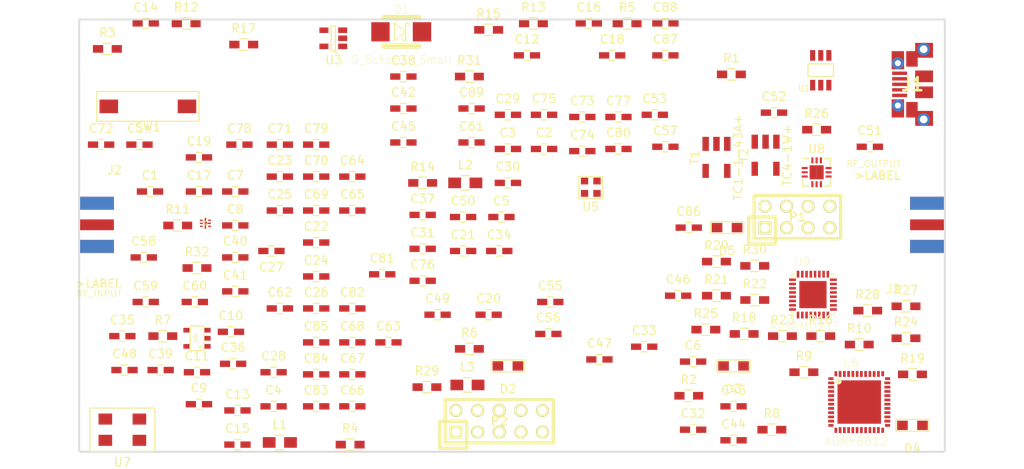
<source format=kicad_pcb>
(kicad_pcb (version 4) (host pcbnew 4.0.2-stable)
  (layers (0 F.Cu signal) (31 B.Cu signal) (34 B.Paste user) (35 F.Paste user) (36 B.SilkS user) (37 F.SilkS user) (38 B.Mask user) (39 F.Mask user) (44 Edge.Cuts user))
  (net 0 "")
  (net 1 "Net-(C1-Pad1)")
  (net 2 "Net-(C1-Pad2)")
  (net 3 /VCC_3.7V)
  (net 4 Earth)
  (net 5 "Net-(C4-Pad1)")
  (net 6 "Net-(C12-Pad1)")
  (net 7 IN_SW_VCTL2)
  (net 8 IN_SW_VCTL1)
  (net 9 "Net-(C10-Pad1)")
  (net 10 "Net-(C12-Pad2)")
  (net 11 "Net-(C13-Pad1)")
  (net 12 "Net-(C16-Pad1)")
  (net 13 "Net-(C17-Pad1)")
  (net 14 "Net-(C18-Pad1)")
  (net 15 /VCC_3.3V)
  (net 16 "Net-(C23-Pad1)")
  (net 17 "Net-(C28-Pad1)")
  (net 18 "Net-(C31-Pad1)")
  (net 19 "Net-(C32-Pad1)")
  (net 20 "Net-(C32-Pad2)")
  (net 21 "Net-(C33-Pad1)")
  (net 22 "Net-(C33-Pad2)")
  (net 23 "Net-(C40-Pad1)")
  (net 24 "Net-(C42-Pad1)")
  (net 25 "Net-(C43-Pad1)")
  (net 26 "Net-(C43-Pad2)")
  (net 27 "Net-(C44-Pad1)")
  (net 28 "Net-(C44-Pad2)")
  (net 29 "Net-(C46-Pad1)")
  (net 30 TCXO_OUT)
  (net 31 "Net-(C47-Pad1)")
  (net 32 "Net-(C47-Pad2)")
  (net 33 "Net-(C49-Pad1)")
  (net 34 "Net-(C49-Pad2)")
  (net 35 "Net-(C51-Pad1)")
  (net 36 "Net-(C51-Pad2)")
  (net 37 "Net-(C52-Pad1)")
  (net 38 "Net-(C52-Pad2)")
  (net 39 "Net-(C54-Pad2)")
  (net 40 "Net-(C55-Pad1)")
  (net 41 "Net-(C55-Pad2)")
  (net 42 "Net-(C56-Pad1)")
  (net 43 "Net-(C56-Pad2)")
  (net 44 "Net-(C57-Pad2)")
  (net 45 "Net-(C59-Pad1)")
  (net 46 "Net-(C71-Pad1)")
  (net 47 "Net-(C76-Pad1)")
  (net 48 "Net-(C86-Pad1)")
  (net 49 /MCU_VDDIN)
  (net 50 /!RESET)
  (net 51 /V_EXT)
  (net 52 "Net-(D2-Pad2)")
  (net 53 "Net-(D3-Pad2)")
  (net 54 "Net-(D4-Pad2)")
  (net 55 "Net-(D5-Pad2)")
  (net 56 "Net-(J1-Pad4)")
  (net 57 "Net-(J1-Pad3)")
  (net 58 "Net-(J1-Pad2)")
  (net 59 "Net-(J1-Pad1)")
  (net 60 "Net-(J3-PadP)")
  (net 61 ADRF_CSNOT)
  (net 62 ADRF_SCLK)
  (net 63 ADRF_SDIO)
  (net 64 OUT_SW_V1)
  (net 65 OUT_SW_V2)
  (net 66 SWDIO)
  (net 67 SWDCLK)
  (net 68 "Net-(P2-Pad6)")
  (net 69 "Net-(P2-Pad7)")
  (net 70 "Net-(P2-Pad8)")
  (net 71 "Net-(P2-Pad9)")
  (net 72 "Net-(R2-Pad2)")
  (net 73 "Net-(R7-Pad2)")
  (net 74 ADRF_VTUNE)
  (net 75 "Net-(R16-Pad2)")
  (net 76 "Net-(R18-Pad2)")
  (net 77 ADRF_MUXOUT)
  (net 78 "Net-(R20-Pad1)")
  (net 79 "Net-(R21-Pad1)")
  (net 80 "Net-(R22-Pad1)")
  (net 81 "Net-(R23-Pad1)")
  (net 82 "Net-(R24-Pad1)")
  (net 83 "Net-(R25-Pad1)")
  (net 84 "Net-(R26-Pad1)")
  (net 85 "Net-(R27-Pad1)")
  (net 86 "Net-(R28-Pad1)")
  (net 87 "Net-(R30-Pad2)")
  (net 88 "Net-(R32-Pad1)")
  (net 89 "Net-(T1-Pad4)")
  (net 90 "Net-(T2-Pad6)")
  (net 91 USB_D+)
  (net 92 USB_D-)
  (net 93 "Net-(U2-Pad1)")
  (net 94 "Net-(U3-Pad3)")
  (net 95 "Net-(U3-Pad4)")
  (net 96 "Net-(U5-PadOUT)")
  (net 97 "Net-(U6-Pad21)")
  (net 98 "Net-(U6-Pad40)")
  (net 99 "Net-(U7-Pad1)")
  (module Footprints:DO-214AA-SMB (layer F.Cu) (at 153.2382 43.7388)
    (fp_text reference D1 (at 0.05 -2.65) (layer F.SilkS) (effects (font (size 1 0.9) (thickness 0.05))))
    (fp_text value D_Schottky_Small (at 0.05 3.3) (layer F.SilkS) (effects (font (size 1 0.9) (thickness 0.05))))
    (pad 2 smd rect (at -2.4384 0) (size 2.159 2.2606) (layers F.Cu F.Paste F.Mask) (net 51 /V_EXT))
    (pad 1 smd rect (at 2.4384 0) (size 2.159 2.2606) (layers F.Cu F.Paste F.Mask) (net 9 "Net-(C10-Pad1)"))
  )
  (module Footprints:LED_kingsbright (layer F.Cu) (at 165.7604 83.0072)
    (fp_text reference D2 (at 0 2.7) (layer F.SilkS))
    (fp_text value Red)
    (pad 2 smd rect (at 1.175 0) (size 1.25 1.1) (layers F.Cu F.Paste F.Mask) (net 52 "Net-(D2-Pad2)"))
    (pad 1 smd rect (at -1.175 0) (size 1.25 1.1) (layers F.Cu F.Paste F.Mask) (net 4 Earth))
  )
  (module Footprints:LED_kingsbright (layer F.Cu) (at 192.2526 83.0072)
    (fp_text reference D3 (at 0 2.7) (layer F.SilkS))
    (fp_text value Green)
    (pad 2 smd rect (at 1.175 0) (size 1.25 1.1) (layers F.Cu F.Paste F.Mask) (net 53 "Net-(D3-Pad2)"))
    (pad 1 smd rect (at -1.175 0) (size 1.25 1.1) (layers F.Cu F.Paste F.Mask) (net 4 Earth))
  )
  (module Footprints:LED_kingsbright (layer F.Cu) (at 213.2584 89.9922)
    (fp_text reference D4 (at 0 2.7) (layer F.SilkS))
    (fp_text value Blue)
    (pad 2 smd rect (at 1.175 0) (size 1.25 1.1) (layers F.Cu F.Paste F.Mask) (net 54 "Net-(D4-Pad2)"))
    (pad 1 smd rect (at -1.175 0) (size 1.25 1.1) (layers F.Cu F.Paste F.Mask) (net 4 Earth))
  )
  (module Footprints:LED_kingsbright (layer F.Cu) (at 191.4906 66.7512)
    (fp_text reference D5 (at 0 2.7) (layer F.SilkS))
    (fp_text value Red)
    (pad 2 smd rect (at 1.175 0) (size 1.25 1.1) (layers F.Cu F.Paste F.Mask) (net 55 "Net-(D5-Pad2)"))
    (pad 1 smd rect (at -1.175 0) (size 1.25 1.1) (layers F.Cu F.Paste F.Mask) (net 4 Earth))
  )
  (module gsg-modules:USB-MICROB-FCI-10103592-EXT (layer F.Cu) (at 215.773 49.911 180)
    (fp_text reference J1 (at 2.49936 0 180) (layer F.SilkS) (effects (font (thickness 0.3048))))
    (fp_text value USB-MICRO-B hide)
    (pad 5 smd rect (at 4.025 -1.3 180) (size 1.75 0.4) (layers F.Cu F.Paste F.Mask) (net 4 Earth))
    (pad 4 smd rect (at 4.025 -0.65 180) (size 1.75 0.4) (layers F.Cu F.Paste F.Mask) (net 56 "Net-(J1-Pad4)"))
    (pad 3 smd rect (at 4.025 0 180) (size 1.75 0.4) (layers F.Cu F.Paste F.Mask) (net 57 "Net-(J1-Pad3)"))
    (pad 2 smd rect (at 4.025 0.65 180) (size 1.75 0.4) (layers F.Cu F.Paste F.Mask) (net 58 "Net-(J1-Pad2)"))
    (pad 1 smd rect (at 4.025 1.3 180) (size 1.75 0.4) (layers F.Cu F.Paste F.Mask) (net 59 "Net-(J1-Pad1)"))
    (pad 0 smd rect (at 1.15 -0.9375 180) (size 2.1 1.375) (layers F.Cu F.Paste F.Mask))
    (pad 0 smd rect (at 1.15 0.9375 180) (size 2.1 1.375) (layers F.Cu F.Paste F.Mask))
    (pad 0 smd rect (at 4.23 -2.83 180) (size 1.46 2.14) (layers F.Cu F.Paste F.Mask))
    (pad 0 smd rect (at 4.23 2.83 180) (size 1.46 2.14) (layers F.Cu F.Paste F.Mask))
    (pad 0 smd rect (at 2.575 -2.9875 180) (size 1.35 1.825) (layers F.Cu F.Mask))
    (pad 0 smd rect (at 2.575 2.9875 180) (size 1.35 1.825) (layers F.Cu F.Mask))
    (pad 0 smd rect (at 1.15 -4 180) (size 2.1 1.75) (layers F.Cu F.Paste F.Mask))
    (pad 0 smd rect (at 1.15 4 180) (size 2.1 1.75) (layers F.Cu F.Paste F.Mask))
    (pad 0 thru_hole circle (at 1.2 -4.125 180) (size 1.5 1.5) (drill 0.9) (layers *.Cu *.Mask))
    (pad 0 thru_hole circle (at 1.2 4.125 180) (size 1.5 1.5) (drill 0.9) (layers *.Cu *.Mask))
    (pad 0 thru_hole circle (at 4.23 -2.49 180) (size 1.4 1.4) (drill 0.7) (layers *.Cu *.Mask))
    (pad 0 thru_hole circle (at 4.23 2.49 180) (size 1.4 1.4) (drill 0.7) (layers *.Cu *.Mask))
  )
  (module adafruit:SMA_EDGELAUNCH (layer F.Cu) (at 115.443 66.421)
    (fp_text reference J2 (at 5.08 -6.985) (layer F.SilkS) (effects (font (size 0.9652 0.9652) (thickness 0.18288)) (justify right top)))
    (fp_text value RF_INPUT (at 5.08 7.62) (layer F.SilkS) (effects (font (size 0.77216 0.77216) (thickness 0.08128)) (justify right top)))
    (fp_text user >LABEL (at 5.08 6.35) (layer F.SilkS) (effects (font (size 0.9652 0.9652) (thickness 0.18288)) (justify right top)))
    (pad GND@ smd rect (at 2.032 -2.54 90) (size 1.524 4.064) (layers F.Cu F.Paste F.Mask) (net 4 Earth))
    (pad GND@ smd rect (at 2.032 2.54 90) (size 1.524 4.064) (layers F.Cu F.Paste F.Mask) (net 4 Earth))
    (pad P smd rect (at 2.032 0 90) (size 1.27 4.064) (layers F.Cu F.Paste F.Mask) (net 2 "Net-(C1-Pad2)"))
    (pad GND@ smd rect (at 2.032 -2.54 90) (size 1.524 4.064) (layers B.Cu B.Paste B.Mask) (net 4 Earth))
    (pad GND@ smd rect (at 2.032 2.54 90) (size 1.524 4.064) (layers B.Cu B.Paste B.Mask) (net 4 Earth))
  )
  (module adafruit:SMA_EDGELAUNCH (layer F.Cu) (at 217.043 66.421 180)
    (fp_text reference J3 (at 5.08 -6.985 180) (layer F.SilkS) (effects (font (size 0.9652 0.9652) (thickness 0.18288)) (justify right top)))
    (fp_text value RF_OUTPUT (at 5.08 7.62 180) (layer F.SilkS) (effects (font (size 0.77216 0.77216) (thickness 0.08128)) (justify right top)))
    (fp_text user >LABEL (at 5.08 6.35 180) (layer F.SilkS) (effects (font (size 0.9652 0.9652) (thickness 0.18288)) (justify right top)))
    (pad GND@ smd rect (at 2.032 -2.54 270) (size 1.524 4.064) (layers F.Cu F.Paste F.Mask) (net 4 Earth))
    (pad GND@ smd rect (at 2.032 2.54 270) (size 1.524 4.064) (layers F.Cu F.Paste F.Mask) (net 4 Earth))
    (pad P smd rect (at 2.032 0 270) (size 1.27 4.064) (layers F.Cu F.Paste F.Mask) (net 60 "Net-(J3-PadP)"))
    (pad GND@ smd rect (at 2.032 -2.54 270) (size 1.524 4.064) (layers B.Cu B.Paste B.Mask) (net 4 Earth))
    (pad GND@ smd rect (at 2.032 2.54 270) (size 1.524 4.064) (layers B.Cu B.Paste B.Mask) (net 4 Earth))
  )
  (module Capacitors_SMD:C_0805_HandSoldering (layer F.Cu) (at 138.9888 91.9988)
    (fp_text reference L1 (at 0 -2.1) (layer F.SilkS))
    (fp_text value 330nH)
    (pad 1 smd rect (at -1.25 0) (size 1.5 1.25) (layers F.Cu F.Paste F.Mask) (net 3 /VCC_3.7V))
    (pad 2 smd rect (at 1.25 0) (size 1.5 1.25) (layers F.Cu F.Paste F.Mask) (net 38 "Net-(C52-Pad2)"))
  )
  (module Capacitors_SMD:C_0805_HandSoldering (layer F.Cu) (at 160.7566 61.4934)
    (fp_text reference L2 (at 0 -2.1) (layer F.SilkS))
    (fp_text value 330nH)
    (pad 1 smd rect (at -1.25 0) (size 1.5 1.25) (layers F.Cu F.Paste F.Mask) (net 3 /VCC_3.7V))
    (pad 2 smd rect (at 1.25 0) (size 1.5 1.25) (layers F.Cu F.Paste F.Mask) (net 36 "Net-(C51-Pad2)"))
  )
  (module Capacitors_SMD:C_0805_HandSoldering (layer F.Cu) (at 161.0106 85.2424)
    (fp_text reference L3 (at 0 -2.1) (layer F.SilkS))
    (fp_text value 10uH)
    (pad 1 smd rect (at -1.25 0) (size 1.5 1.25) (layers F.Cu F.Paste F.Mask) (net 49 /MCU_VDDIN))
    (pad 2 smd rect (at 1.25 0) (size 1.5 1.25) (layers F.Cu F.Paste F.Mask) (net 15 /VCC_3.3V))
  )
  (module gsg-modules:HEADER-2x4 (layer F.Cu) (at 199.7456 65.5066)
    (fp_text reference P1 (at 0 0) (layer F.SilkS) (effects (font (size 1.016 1.016) (thickness 0.2032))))
    (fp_text value CONN_02X04 hide)
    (pad 1 thru_hole rect (at -3.81 1.27) (size 1.524 1.524) (drill 1.016) (layers *.Cu *.Mask F.SilkS) (net 61 ADRF_CSNOT))
    (pad 2 thru_hole circle (at -3.81 -1.27) (size 1.524 1.524) (drill 1.016) (layers *.Cu *.Mask F.SilkS) (net 8 IN_SW_VCTL1))
    (pad 3 thru_hole circle (at -1.27 1.27) (size 1.524 1.524) (drill 1.016) (layers *.Cu *.Mask F.SilkS) (net 62 ADRF_SCLK))
    (pad 4 thru_hole circle (at -1.27 -1.27) (size 1.524 1.524) (drill 1.016) (layers *.Cu *.Mask F.SilkS) (net 7 IN_SW_VCTL2))
    (pad 5 thru_hole circle (at 1.27 1.27) (size 1.524 1.524) (drill 1.016) (layers *.Cu *.Mask F.SilkS) (net 63 ADRF_SDIO))
    (pad 6 thru_hole circle (at 1.27 -1.27) (size 1.524 1.524) (drill 1.016) (layers *.Cu *.Mask F.SilkS) (net 64 OUT_SW_V1))
    (pad 7 thru_hole circle (at 3.81 1.27) (size 1.524 1.524) (drill 1.016) (layers *.Cu *.Mask F.SilkS) (net 4 Earth))
    (pad 8 thru_hole circle (at 3.81 -1.27) (size 1.524 1.524) (drill 1.016) (layers *.Cu *.Mask F.SilkS) (net 65 OUT_SW_V2))
  )
  (module gsg-modules:HEADER-2x5 (layer F.Cu) (at 164.7444 89.5096)
    (fp_text reference P2 (at 0 0) (layer F.SilkS) (effects (font (size 1.016 1.016) (thickness 0.2032))))
    (fp_text value CONN_SWD hide)
    (pad 1 thru_hole rect (at -5.08 1.27) (size 1.524 1.524) (drill 1.016) (layers *.Cu *.Mask F.SilkS) (net 49 /MCU_VDDIN))
    (pad 2 thru_hole circle (at -5.08 -1.27) (size 1.524 1.524) (drill 1.016) (layers *.Cu *.Mask F.SilkS) (net 66 SWDIO))
    (pad 3 thru_hole circle (at -2.54 1.27) (size 1.524 1.524) (drill 1.016) (layers *.Cu *.Mask F.SilkS) (net 4 Earth))
    (pad 4 thru_hole circle (at -2.54 -1.27) (size 1.524 1.524) (drill 1.016) (layers *.Cu *.Mask F.SilkS) (net 67 SWDCLK))
    (pad 5 thru_hole circle (at 0 1.27) (size 1.524 1.524) (drill 1.016) (layers *.Cu *.Mask F.SilkS) (net 4 Earth))
    (pad 6 thru_hole circle (at 0 -1.27) (size 1.524 1.524) (drill 1.016) (layers *.Cu *.Mask F.SilkS) (net 68 "Net-(P2-Pad6)"))
    (pad 7 thru_hole circle (at 2.54 1.27) (size 1.524 1.524) (drill 1.016) (layers *.Cu *.Mask F.SilkS) (net 69 "Net-(P2-Pad7)"))
    (pad 8 thru_hole circle (at 2.54 -1.27) (size 1.524 1.524) (drill 1.016) (layers *.Cu *.Mask F.SilkS) (net 70 "Net-(P2-Pad8)"))
    (pad 9 thru_hole circle (at 5.08 1.27) (size 1.524 1.524) (drill 1.016) (layers *.Cu *.Mask F.SilkS) (net 71 "Net-(P2-Pad9)"))
    (pad 10 thru_hole circle (at 5.08 -1.27) (size 1.524 1.524) (drill 1.016) (layers *.Cu *.Mask F.SilkS) (net 50 /!RESET))
  )
  (module Footprints:Tactile_SW (layer F.Cu) (at 123.4948 52.5018)
    (fp_text reference SW1 (at 0 2.45) (layer F.SilkS))
    (fp_text value SW_PUSH_SMALL_H)
    (pad 2 smd rect (at -4.59 0) (size 2.18 1.6) (layers F.Cu F.Paste F.Mask) (net 4 Earth))
    (pad 1 smd rect (at 4.59 0) (size 2.18 1.6) (layers F.Cu F.Paste F.Mask) (net 88 "Net-(R32-Pad1)"))
  )
  (module Footprints:AT224-1A (layer F.Cu) (at 190.246 58.4962)
    (fp_text reference T1 (at -2.54 0 90) (layer F.SilkS))
    (fp_text value TC1-1-43A+ (at 2.54 0 90) (layer F.SilkS))
    (pad 1 smd rect (at 1.27 -1.59) (size 0.76 1.65) (layers F.Cu F.Paste F.Mask) (net 26 "Net-(C43-Pad2)"))
    (pad 2 smd rect (at 0 -1.59) (size 0.76 1.65) (layers F.Cu F.Paste F.Mask))
    (pad 3 smd rect (at -1.27 -1.59) (size 0.76 1.65) (layers F.Cu F.Paste F.Mask) (net 28 "Net-(C44-Pad2)"))
    (pad 4 smd rect (at -1.27 1.59) (size 0.76 1.65) (layers F.Cu F.Paste F.Mask) (net 89 "Net-(T1-Pad4)"))
    (pad 6 smd rect (at 1.27 1.59) (size 0.76 1.65) (layers F.Cu F.Paste F.Mask) (net 4 Earth))
  )
  (module Footprints:AT224-1A (layer F.Cu) (at 196.0118 58.2422)
    (fp_text reference T2 (at -2.54 0 90) (layer F.SilkS))
    (fp_text value TC4-1W+ (at 2.54 0 90) (layer F.SilkS))
    (pad 1 smd rect (at 1.27 -1.59) (size 0.76 1.65) (layers F.Cu F.Paste F.Mask) (net 35 "Net-(C51-Pad1)"))
    (pad 2 smd rect (at 0 -1.59) (size 0.76 1.65) (layers F.Cu F.Paste F.Mask) (net 44 "Net-(C57-Pad2)"))
    (pad 3 smd rect (at -1.27 -1.59) (size 0.76 1.65) (layers F.Cu F.Paste F.Mask) (net 37 "Net-(C52-Pad1)"))
    (pad 4 smd rect (at -1.27 1.59) (size 0.76 1.65) (layers F.Cu F.Paste F.Mask) (net 4 Earth))
    (pad 6 smd rect (at 1.27 1.59) (size 0.76 1.65) (layers F.Cu F.Paste F.Mask) (net 90 "Net-(T2-Pad6)"))
  )
  (module hack-footprints:TSOP-6 (layer F.Cu) (at 202.4888 48.26)
    (fp_text reference U1 (at -1.9685 2.0955 180) (layer F.SilkS) (effects (font (size 0.7 0.7) (thickness 0.1))))
    (fp_text value STF202 hide)
    (pad 6 smd rect (at -0.95 -1.75) (size 0.6 1.25) (layers F.Cu F.Paste F.Mask) (net 4 Earth))
    (pad 5 smd rect (at 0 -1.75) (size 0.6 1.25) (layers F.Cu F.Paste F.Mask) (net 91 USB_D+))
    (pad 4 smd rect (at 0.95 -1.75) (size 0.6 1.25) (layers F.Cu F.Paste F.Mask) (net 92 USB_D-))
    (pad 3 smd rect (at 0.95 1.75) (size 0.6 1.25) (layers F.Cu F.Paste F.Mask) (net 57 "Net-(J1-Pad3)"))
    (pad 2 smd rect (at 0 1.75) (size 0.6 1.25) (layers F.Cu F.Paste F.Mask) (net 58 "Net-(J1-Pad2)"))
    (pad 1 smd rect (at -0.95 1.75) (size 0.6 1.25) (layers F.Cu F.Paste F.Mask) (net 59 "Net-(J1-Pad1)"))
  )
  (module gsg-modules:SKY13351-378LF (layer F.Cu) (at 130.2512 66.2432 180)
    (fp_text reference U2 (at 0 0 180) (layer F.SilkS) (effects (font (size 0.50038 0.29972) (thickness 0.0762))))
    (fp_text value SKY13351 hide)
    (pad 1 smd rect (at -0.48514 -0.35052 180) (size 0.3302 0.1524) (layers F.Cu F.Paste F.Mask) (net 93 "Net-(U2-Pad1)"))
    (pad 2 smd rect (at -0.32512 0 180) (size 0.65024 0.1524) (layers F.Cu F.Paste F.Mask) (net 4 Earth))
    (pad 3 smd rect (at -0.48514 0.35052 180) (size 0.3302 0.1524) (layers F.Cu F.Paste F.Mask) (net 40 "Net-(C55-Pad1)"))
    (pad 4 smd rect (at 0.48514 0.35052 180) (size 0.3302 0.1524) (layers F.Cu F.Paste F.Mask) (net 7 IN_SW_VCTL2))
    (pad 5 smd rect (at 0.48514 0 180) (size 0.3302 0.1524) (layers F.Cu F.Paste F.Mask) (net 1 "Net-(C1-Pad1)"))
    (pad 6 smd rect (at 0.48514 -0.35052 180) (size 0.3302 0.1524) (layers F.Cu F.Paste F.Mask) (net 8 IN_SW_VCTL1))
    (pad 2 smd rect (at 0 0 180) (size 0.1524 1.30048) (layers F.Cu F.Paste F.Mask) (net 4 Earth))
    (pad 2 smd oval (at 0.06604 0 180) (size 0.12954 0.50038) (layers F.Cu F.Paste F.Mask) (net 4 Earth))
    (pad 2 smd oval (at -0.10922 -0.0889 135) (size 0.14986 0.39878) (layers F.Cu F.Paste F.Mask) (net 4 Earth))
    (pad 2 smd oval (at -0.09906 0.0889 225) (size 0.14986 0.39878) (layers F.Cu F.Paste F.Mask) (net 4 Earth))
  )
  (module TO_SOT_Packages_SMD:SOT-23-5 (layer F.Cu) (at 145.2626 44.5008 180)
    (fp_text reference U3 (at -0.05 -2.55 180) (layer F.SilkS))
    (fp_text value MIC5504-3.3YM5-TR)
    (pad 1 smd rect (at -1.1 -0.95 180) (size 1.06 0.65) (layers F.Cu F.Paste F.Mask) (net 9 "Net-(C10-Pad1)"))
    (pad 2 smd rect (at -1.1 0 180) (size 1.06 0.65) (layers F.Cu F.Paste F.Mask) (net 4 Earth))
    (pad 3 smd rect (at -1.1 0.95 180) (size 1.06 0.65) (layers F.Cu F.Paste F.Mask) (net 94 "Net-(U3-Pad3)"))
    (pad 4 smd rect (at 1.1 0.95 180) (size 1.06 0.65) (layers F.Cu F.Paste F.Mask) (net 95 "Net-(U3-Pad4)"))
    (pad 5 smd rect (at 1.1 -0.95 180) (size 1.06 0.65) (layers F.Cu F.Paste F.Mask) (net 15 /VCC_3.3V))
  )
  (module gsg-modules:SOT25 (layer F.Cu) (at 129.2606 79.756 90)
    (fp_text reference U4 (at 0 -0.18 90) (layer F.SilkS) (effects (font (size 0.4 0.5) (thickness 0.1))))
    (fp_text value AP7365-WG-7 hide)
    (pad 1 smd rect (at -0.95 1.2 90) (size 0.55 0.8) (layers F.Cu F.Paste F.Mask) (net 9 "Net-(C10-Pad1)"))
    (pad 2 smd rect (at 0 1.2 90) (size 0.55 0.8) (layers F.Cu F.Paste F.Mask) (net 4 Earth))
    (pad 3 smd rect (at 0.95 1.2 90) (size 0.55 0.8) (layers F.Cu F.Paste F.Mask) (net 9 "Net-(C10-Pad1)"))
    (pad 4 smd rect (at 0.95 -1.2 90) (size 0.55 0.8) (layers F.Cu F.Paste F.Mask) (net 73 "Net-(R7-Pad2)"))
    (pad 5 smd rect (at -0.95 -1.2 90) (size 0.55 0.8) (layers F.Cu F.Paste F.Mask) (net 3 /VCC_3.7V))
  )
  (module Footprints:CP_0805 (layer F.Cu) (at 175.4886 62.0014)
    (fp_text reference U5 (at 0 2.3) (layer F.SilkS))
    (fp_text value LP0805A0881AS)
    (pad GND smd rect (at 0.7325 0.725) (size 0.865 0.8) (layers F.Cu F.Paste F.Mask) (net 4 Earth))
    (pad GND smd rect (at 0.7325 -0.725) (size 0.865 0.8) (layers F.Cu F.Paste F.Mask) (net 4 Earth))
    (pad OUT smd rect (at -0.7325 0.725) (size 0.865 0.8) (layers F.Cu F.Paste F.Mask) (net 96 "Net-(U5-PadOUT)"))
    (pad IN smd rect (at -0.7325 -0.725) (size 0.865 0.8) (layers F.Cu F.Paste F.Mask) (net 93 "Net-(U2-Pad1)"))
  )
  (module ADRF6612_LFCSP48:LFCSP48 (layer F.Cu) (at 207.01 87.249)
    (fp_text reference U6 (at -0.96 -4.635) (layer F.SilkS) (effects (font (thickness 0.05))))
    (fp_text value ADRF6612 (at -0.325 4.615) (layer F.SilkS) (effects (font (thickness 0.05))))
    (pad 1 smd rect (at -3.325 -2.75) (size 0.6 0.32) (layers F.Cu F.Paste F.Mask) (net 4 Earth))
    (pad 2 smd rect (at -3.3 -2.25) (size 0.7 0.32) (layers F.Cu F.Paste F.Mask) (net 14 "Net-(C18-Pad1)"))
    (pad 3 smd rect (at -3.3 -1.75) (size 0.7 0.32) (layers F.Cu F.Paste F.Mask) (net 4 Earth))
    (pad 4 smd rect (at -3.3 -1.25) (size 0.7 0.32) (layers F.Cu F.Paste F.Mask) (net 19 "Net-(C32-Pad1)"))
    (pad 5 smd rect (at -3.3 -0.75) (size 0.7 0.32) (layers F.Cu F.Paste F.Mask) (net 21 "Net-(C33-Pad1)"))
    (pad 6 smd rect (at -3.3 -0.25) (size 0.7 0.32) (layers F.Cu F.Paste F.Mask) (net 4 Earth))
    (pad 7 smd rect (at -3.3 0.25) (size 0.7 0.32) (layers F.Cu F.Paste F.Mask) (net 3 /VCC_3.7V))
    (pad 8 smd rect (at -3.3 0.75) (size 0.7 0.32) (layers F.Cu F.Paste F.Mask) (net 5 "Net-(C4-Pad1)"))
    (pad 9 smd rect (at -3.3 1.25) (size 0.7 0.32) (layers F.Cu F.Paste F.Mask) (net 11 "Net-(C13-Pad1)"))
    (pad 10 smd rect (at -3.3 1.75) (size 0.7 0.32) (layers F.Cu F.Paste F.Mask) (net 13 "Net-(C17-Pad1)"))
    (pad 11 smd rect (at -3.3 2.25) (size 0.7 0.32) (layers F.Cu F.Paste F.Mask) (net 16 "Net-(C23-Pad1)"))
    (pad 12 smd rect (at -3.325 2.75) (size 0.6 0.32) (layers F.Cu F.Paste F.Mask) (net 17 "Net-(C28-Pad1)"))
    (pad 13 smd rect (at -2.75 3.325 90) (size 0.6 0.32) (layers F.Cu F.Paste F.Mask) (net 25 "Net-(C43-Pad1)"))
    (pad 14 smd rect (at -2.25 3.3 90) (size 0.7 0.32) (layers F.Cu F.Paste F.Mask) (net 27 "Net-(C44-Pad1)"))
    (pad 15 smd rect (at -1.75 3.3 90) (size 0.7 0.32) (layers F.Cu F.Paste F.Mask) (net 24 "Net-(C42-Pad1)"))
    (pad 16 smd rect (at -1.25 3.3 90) (size 0.7 0.32) (layers F.Cu F.Paste F.Mask) (net 3 /VCC_3.7V))
    (pad 17 smd rect (at -0.75 3.3 90) (size 0.7 0.32) (layers F.Cu F.Paste F.Mask) (net 63 ADRF_SDIO))
    (pad 18 smd rect (at -0.25 3.3 90) (size 0.7 0.32) (layers F.Cu F.Paste F.Mask) (net 62 ADRF_SCLK))
    (pad 19 smd rect (at 0.25 3.3 90) (size 0.7 0.32) (layers F.Cu F.Paste F.Mask) (net 61 ADRF_CSNOT))
    (pad 20 smd rect (at 0.75 3.3 90) (size 0.7 0.32) (layers F.Cu F.Paste F.Mask) (net 3 /VCC_3.7V))
    (pad 21 smd rect (at 1.25 3.3 90) (size 0.7 0.32) (layers F.Cu F.Paste F.Mask) (net 97 "Net-(U6-Pad21)"))
    (pad 22 smd rect (at 1.75 3.3 90) (size 0.7 0.32) (layers F.Cu F.Paste F.Mask) (net 31 "Net-(C47-Pad1)"))
    (pad 23 smd rect (at 2.25 3.3 90) (size 0.7 0.32) (layers F.Cu F.Paste F.Mask) (net 33 "Net-(C49-Pad1)"))
    (pad 24 smd rect (at 2.75 3.325 90) (size 0.6 0.32) (layers F.Cu F.Paste F.Mask) (net 4 Earth))
    (pad 25 smd rect (at 3.325 2.75 180) (size 0.6 0.32) (layers F.Cu F.Paste F.Mask) (net 45 "Net-(C59-Pad1)"))
    (pad 26 smd rect (at 3.3 2.25 180) (size 0.7 0.32) (layers F.Cu F.Paste F.Mask) (net 42 "Net-(C56-Pad1)"))
    (pad 27 smd rect (at 3.3 1.75 180) (size 0.7 0.32) (layers F.Cu F.Paste F.Mask) (net 3 /VCC_3.7V))
    (pad 28 smd rect (at 3.3 1.25 180) (size 0.7 0.32) (layers F.Cu F.Paste F.Mask) (net 3 /VCC_3.7V))
    (pad 29 smd rect (at 3.3 0.75 180) (size 0.7 0.32) (layers F.Cu F.Paste F.Mask) (net 3 /VCC_3.7V))
    (pad 30 smd rect (at 3.3 0.25 180) (size 0.7 0.32) (layers F.Cu F.Paste F.Mask) (net 47 "Net-(C76-Pad1)"))
    (pad 31 smd rect (at 3.3 -0.25 180) (size 0.7 0.32) (layers F.Cu F.Paste F.Mask) (net 3 /VCC_3.7V))
    (pad 32 smd rect (at 3.3 -0.75 180) (size 0.7 0.32) (layers F.Cu F.Paste F.Mask) (net 3 /VCC_3.7V))
    (pad 33 smd rect (at 3.3 -1.25 180) (size 0.7 0.32) (layers F.Cu F.Paste F.Mask) (net 3 /VCC_3.7V))
    (pad 34 smd rect (at 3.3 -1.75 180) (size 0.7 0.32) (layers F.Cu F.Paste F.Mask) (net 3 /VCC_3.7V))
    (pad 35 smd rect (at 3.3 -2.25 180) (size 0.7 0.32) (layers F.Cu F.Paste F.Mask) (net 41 "Net-(C55-Pad2)"))
    (pad 36 smd rect (at 3.325 -2.75 180) (size 0.6 0.32) (layers F.Cu F.Paste F.Mask) (net 39 "Net-(C54-Pad2)"))
    (pad 37 smd rect (at 2.75 -3.325 270) (size 0.6 0.32) (layers F.Cu F.Paste F.Mask) (net 4 Earth))
    (pad 38 smd rect (at 2.25 -3.3 270) (size 0.7 0.32) (layers F.Cu F.Paste F.Mask) (net 36 "Net-(C51-Pad2)"))
    (pad 39 smd rect (at 1.75 -3.3 270) (size 0.7 0.32) (layers F.Cu F.Paste F.Mask) (net 38 "Net-(C52-Pad2)"))
    (pad 40 smd rect (at 1.25 -3.3 270) (size 0.7 0.32) (layers F.Cu F.Paste F.Mask) (net 98 "Net-(U6-Pad40)"))
    (pad 41 smd rect (at 0.75 -3.3 270) (size 0.7 0.32) (layers F.Cu F.Paste F.Mask) (net 3 /VCC_3.7V))
    (pad 42 smd rect (at 0.25 -3.3 270) (size 0.7 0.32) (layers F.Cu F.Paste F.Mask) (net 77 ADRF_MUXOUT))
    (pad 43 smd rect (at -0.25 -3.3 270) (size 0.7 0.32) (layers F.Cu F.Paste F.Mask) (net 29 "Net-(C46-Pad1)"))
    (pad 44 smd rect (at -0.75 -3.3 270) (size 0.7 0.32) (layers F.Cu F.Paste F.Mask) (net 23 "Net-(C40-Pad1)"))
    (pad 45 smd rect (at -1.25 -3.3 270) (size 0.7 0.32) (layers F.Cu F.Paste F.Mask) (net 18 "Net-(C31-Pad1)"))
    (pad 46 smd rect (at -1.75 -3.3 270) (size 0.7 0.32) (layers F.Cu F.Paste F.Mask) (net 3 /VCC_3.7V))
    (pad 47 smd rect (at -2.25 -3.3 270) (size 0.7 0.32) (layers F.Cu F.Paste F.Mask) (net 72 "Net-(R2-Pad2)"))
    (pad 48 smd rect (at -2.75 -3.325 270) (size 0.6 0.32) (layers F.Cu F.Paste F.Mask) (net 4 Earth))
    (pad EXP smd rect (at 0 0) (size 5.1 5.1) (layers F.Cu F.Paste F.Mask) (net 4 Earth))
  )
  (module Footprints:FOX924 (layer F.Cu) (at 120.4976 90.5002)
    (fp_text reference U7 (at 0 3.81) (layer F.SilkS))
    (fp_text value FOX924B-16.000)
    (pad 2 smd rect (at 2 1.25) (size 1.6 1.3) (layers F.Cu F.Paste F.Mask) (net 4 Earth))
    (pad 1 smd rect (at -2 1.25) (size 1.6 1.3) (layers F.Cu F.Paste F.Mask) (net 99 "Net-(U7-Pad1)"))
    (pad 3 smd rect (at 2 -1.25) (size 1.6 1.3) (layers F.Cu F.Paste F.Mask) (net 30 TCXO_OUT))
    (pad 4 smd rect (at -2 -1.25) (size 1.6 1.3) (layers F.Cu F.Paste F.Mask) (net 15 /VCC_3.3V))
  )
  (module Housings_DFN_QFN:QFN-12-1EP_3x3mm_Pitch0.5mm (layer F.Cu) (at 202.0062 60.2488)
    (fp_text reference U8 (at 0 -2.75) (layer F.SilkS))
    (fp_text value SKY13373)
    (pad 1 smd rect (at -1.4 -0.5) (size 0.7 0.25) (layers F.Cu F.Paste F.Mask) (net 90 "Net-(T2-Pad6)"))
    (pad 2 smd rect (at -1.4 0) (size 0.7 0.25) (layers F.Cu F.Paste F.Mask) (net 4 Earth))
    (pad 3 smd rect (at -1.4 0.5) (size 0.7 0.25) (layers F.Cu F.Paste F.Mask) (net 89 "Net-(T1-Pad4)"))
    (pad 4 smd rect (at -0.5 1.4 90) (size 0.7 0.25) (layers F.Cu F.Paste F.Mask) (net 64 OUT_SW_V1))
    (pad 5 smd rect (at 0 1.4 90) (size 0.7 0.25) (layers F.Cu F.Paste F.Mask) (net 65 OUT_SW_V2))
    (pad 6 smd rect (at 0.5 1.4 90) (size 0.7 0.25) (layers F.Cu F.Paste F.Mask) (net 15 /VCC_3.3V))
    (pad 7 smd rect (at 1.4 0.5) (size 0.7 0.25) (layers F.Cu F.Paste F.Mask) (net 4 Earth))
    (pad 8 smd rect (at 1.4 0) (size 0.7 0.25) (layers F.Cu F.Paste F.Mask) (net 4 Earth))
    (pad 9 smd rect (at 1.4 -0.5) (size 0.7 0.25) (layers F.Cu F.Paste F.Mask) (net 96 "Net-(U5-PadOUT)"))
    (pad 10 smd rect (at 0.5 -1.4 90) (size 0.7 0.25) (layers F.Cu F.Paste F.Mask) (net 4 Earth))
    (pad 11 smd rect (at 0 -1.4 90) (size 0.7 0.25) (layers F.Cu F.Paste F.Mask) (net 60 "Net-(J3-PadP)"))
    (pad 12 smd rect (at -0.5 -1.4 90) (size 0.7 0.25) (layers F.Cu F.Paste F.Mask) (net 4 Earth))
    (pad 13 smd rect (at 0.4125 0.4125) (size 0.825 0.825) (layers F.Cu F.Paste F.Mask))
    (pad 13 smd rect (at 0.4125 -0.4125) (size 0.825 0.825) (layers F.Cu F.Paste F.Mask))
    (pad 13 smd rect (at -0.4125 0.4125) (size 0.825 0.825) (layers F.Cu F.Paste F.Mask))
    (pad 13 smd rect (at -0.4125 -0.4125) (size 0.825 0.825) (layers F.Cu F.Paste F.Mask))
  )
  (module QFN32:QFN32 (layer F.Cu) (at 201.5744 74.6252)
    (fp_text reference U9 (at -1.26 -3.885) (layer F.SilkS) (effects (font (thickness 0.05))))
    (fp_text value ATSAMD21E (at -0.875 3.715) (layer F.SilkS) (effects (font (thickness 0.05))))
    (pad EXP smd rect (at 0 0) (size 3.2 3.2) (layers F.Cu F.Paste F.Mask) (net 4 Earth))
    (pad 1 smd rect (at -2.4 -1.75) (size 0.8 0.3) (layers F.Cu F.Paste F.Mask) (net 30 TCXO_OUT))
    (pad 2 smd rect (at -2.4 -1.25) (size 0.8 0.3) (layers F.Cu F.Paste F.Mask) (net 78 "Net-(R20-Pad1)"))
    (pad 3 smd rect (at -2.4 -0.75) (size 0.8 0.3) (layers F.Cu F.Paste F.Mask) (net 74 ADRF_VTUNE))
    (pad 4 smd rect (at -2.4 -0.25) (size 0.8 0.3) (layers F.Cu F.Paste F.Mask) (net 79 "Net-(R21-Pad1)"))
    (pad 5 smd rect (at -2.4 0.25) (size 0.8 0.3) (layers F.Cu F.Paste F.Mask) (net 80 "Net-(R22-Pad1)"))
    (pad 6 smd rect (at -2.4 0.75) (size 0.8 0.3) (layers F.Cu F.Paste F.Mask) (net 81 "Net-(R23-Pad1)"))
    (pad 7 smd rect (at -2.4 1.25) (size 0.8 0.3) (layers F.Cu F.Paste F.Mask) (net 82 "Net-(R24-Pad1)"))
    (pad 8 smd rect (at -2.4 1.75) (size 0.8 0.3) (layers F.Cu F.Paste F.Mask) (net 83 "Net-(R25-Pad1)"))
    (pad 9 smd rect (at -1.75 2.4 90) (size 0.8 0.3) (layers F.Cu F.Paste F.Mask) (net 46 "Net-(C71-Pad1)"))
    (pad 10 smd rect (at -1.25 2.4 90) (size 0.8 0.3) (layers F.Cu F.Paste F.Mask) (net 4 Earth))
    (pad 11 smd rect (at -0.75 2.4 90) (size 0.8 0.3) (layers F.Cu F.Paste F.Mask) (net 61 ADRF_CSNOT))
    (pad 12 smd rect (at -0.25 2.4 90) (size 0.8 0.3) (layers F.Cu F.Paste F.Mask) (net 63 ADRF_SDIO))
    (pad 13 smd rect (at 0.25 2.4 90) (size 0.8 0.3) (layers F.Cu F.Paste F.Mask) (net 76 "Net-(R18-Pad2)"))
    (pad 14 smd rect (at 0.75 2.4 90) (size 0.8 0.3) (layers F.Cu F.Paste F.Mask) (net 62 ADRF_SCLK))
    (pad 15 smd rect (at 1.25 2.4 90) (size 0.8 0.3) (layers F.Cu F.Paste F.Mask) (net 75 "Net-(R16-Pad2)"))
    (pad 16 smd rect (at 1.75 2.4 90) (size 0.8 0.3) (layers F.Cu F.Paste F.Mask) (net 77 ADRF_MUXOUT))
    (pad 17 smd rect (at 2.4 1.75) (size 0.8 0.3) (layers F.Cu F.Paste F.Mask) (net 65 OUT_SW_V2))
    (pad 18 smd rect (at 2.4 1.25) (size 0.8 0.3) (layers F.Cu F.Paste F.Mask) (net 64 OUT_SW_V1))
    (pad 19 smd rect (at 2.4 0.75) (size 0.8 0.3) (layers F.Cu F.Paste F.Mask) (net 7 IN_SW_VCTL2))
    (pad 20 smd rect (at 2.4 0.25) (size 0.8 0.3) (layers F.Cu F.Paste F.Mask) (net 8 IN_SW_VCTL1))
    (pad 21 smd rect (at 2.4 -0.25) (size 0.8 0.3) (layers F.Cu F.Paste F.Mask) (net 86 "Net-(R28-Pad1)"))
    (pad 22 smd rect (at 2.4 -0.75) (size 0.8 0.3) (layers F.Cu F.Paste F.Mask) (net 85 "Net-(R27-Pad1)"))
    (pad 23 smd rect (at 2.4 -1.25) (size 0.8 0.3) (layers F.Cu F.Paste F.Mask) (net 92 USB_D-))
    (pad 24 smd rect (at 2.4 -1.75) (size 0.8 0.3) (layers F.Cu F.Paste F.Mask) (net 91 USB_D+))
    (pad 25 smd rect (at 1.75 -2.4 90) (size 0.8 0.3) (layers F.Cu F.Paste F.Mask) (net 84 "Net-(R26-Pad1)"))
    (pad 26 smd rect (at 1.25 -2.4 90) (size 0.8 0.3) (layers F.Cu F.Paste F.Mask) (net 50 /!RESET))
    (pad 27 smd rect (at 0.75 -2.4 90) (size 0.8 0.3) (layers F.Cu F.Paste F.Mask) (net 87 "Net-(R30-Pad2)"))
    (pad 28 smd rect (at 0.25 -2.4 90) (size 0.8 0.3) (layers F.Cu F.Paste F.Mask) (net 4 Earth))
    (pad 29 smd rect (at -0.25 -2.4 90) (size 0.8 0.3) (layers F.Cu F.Paste F.Mask) (net 48 "Net-(C86-Pad1)"))
    (pad 30 smd rect (at -0.75 -2.4 90) (size 0.8 0.3) (layers F.Cu F.Paste F.Mask) (net 49 /MCU_VDDIN))
    (pad 31 smd rect (at -1.25 -2.4 90) (size 0.8 0.3) (layers F.Cu F.Paste F.Mask) (net 67 SWDCLK))
    (pad 32 smd rect (at -1.75 -2.4 90) (size 0.8 0.3) (layers F.Cu F.Paste F.Mask) (net 66 SWDIO))
  )
  (module Capacitors_SMD:C_0603_HandSoldering (layer F.Cu) (at 123.7488 62.5094)
    (fp_text reference C1 (at 0 -1.9) (layer F.SilkS))
    (fp_text value 100pF)
    (pad 1 smd rect (at -0.95 0) (size 1.2 0.75) (layers F.Cu F.Paste F.Mask) (net 1 "Net-(C1-Pad1)"))
    (pad 2 smd rect (at 0.95 0) (size 1.2 0.75) (layers F.Cu F.Paste F.Mask) (net 2 "Net-(C1-Pad2)"))
  )
  (module Capacitors_SMD:C_0603_HandSoldering (layer F.Cu) (at 170.0022 57.5056)
    (fp_text reference C2 (at 0 -1.9) (layer F.SilkS))
    (fp_text value 10uF)
    (pad 1 smd rect (at -0.95 0) (size 1.2 0.75) (layers F.Cu F.Paste F.Mask) (net 3 /VCC_3.7V))
    (pad 2 smd rect (at 0.95 0) (size 1.2 0.75) (layers F.Cu F.Paste F.Mask) (net 4 Earth))
  )
  (module Capacitors_SMD:C_0603_HandSoldering (layer F.Cu) (at 165.7604 57.5056)
    (fp_text reference C3 (at 0 -1.9) (layer F.SilkS))
    (fp_text value 10uF)
    (pad 1 smd rect (at -0.95 0) (size 1.2 0.75) (layers F.Cu F.Paste F.Mask) (net 3 /VCC_3.7V))
    (pad 2 smd rect (at 0.95 0) (size 1.2 0.75) (layers F.Cu F.Paste F.Mask) (net 4 Earth))
  )
  (module Capacitors_SMD:C_0603_HandSoldering (layer F.Cu) (at 138.2522 87.757)
    (fp_text reference C4 (at 0 -1.9) (layer F.SilkS))
    (fp_text value 10uF)
    (pad 1 smd rect (at -0.95 0) (size 1.2 0.75) (layers F.Cu F.Paste F.Mask) (net 5 "Net-(C4-Pad1)"))
    (pad 2 smd rect (at 0.95 0) (size 1.2 0.75) (layers F.Cu F.Paste F.Mask) (net 4 Earth))
  )
  (module Capacitors_SMD:C_0603_HandSoldering (layer F.Cu) (at 164.9984 65.5066)
    (fp_text reference C5 (at 0 -1.9) (layer F.SilkS))
    (fp_text value 0.1uF)
    (pad 1 smd rect (at -0.95 0) (size 1.2 0.75) (layers F.Cu F.Paste F.Mask) (net 3 /VCC_3.7V))
    (pad 2 smd rect (at 0.95 0) (size 1.2 0.75) (layers F.Cu F.Paste F.Mask) (net 4 Earth))
  )
  (module Capacitors_SMD:C_0603_HandSoldering (layer F.Cu) (at 187.5028 82.4992)
    (fp_text reference C6 (at 0 -1.9) (layer F.SilkS))
    (fp_text value 1500pF)
    (pad 1 smd rect (at -0.95 0) (size 1.2 0.75) (layers F.Cu F.Paste F.Mask) (net 6 "Net-(C12-Pad1)"))
    (pad 2 smd rect (at 0.95 0) (size 1.2 0.75) (layers F.Cu F.Paste F.Mask) (net 4 Earth))
  )
  (module Capacitors_SMD:C_0603_HandSoldering (layer F.Cu) (at 133.7564 62.5094)
    (fp_text reference C7 (at 0 -1.9) (layer F.SilkS))
    (fp_text value 33pF)
    (pad 1 smd rect (at -0.95 0) (size 1.2 0.75) (layers F.Cu F.Paste F.Mask) (net 4 Earth))
    (pad 2 smd rect (at 0.95 0) (size 1.2 0.75) (layers F.Cu F.Paste F.Mask) (net 7 IN_SW_VCTL2))
  )
  (module Capacitors_SMD:C_0603_HandSoldering (layer F.Cu) (at 133.7564 66.4972)
    (fp_text reference C8 (at 0 -1.9) (layer F.SilkS))
    (fp_text value 33pF)
    (pad 1 smd rect (at -0.95 0) (size 1.2 0.75) (layers F.Cu F.Paste F.Mask) (net 8 IN_SW_VCTL1))
    (pad 2 smd rect (at 0.95 0) (size 1.2 0.75) (layers F.Cu F.Paste F.Mask) (net 4 Earth))
  )
  (module Capacitors_SMD:C_0603_HandSoldering (layer F.Cu) (at 129.4892 87.503)
    (fp_text reference C9 (at 0 -1.9) (layer F.SilkS))
    (fp_text value 100pF)
    (pad 1 smd rect (at -0.95 0) (size 1.2 0.75) (layers F.Cu F.Paste F.Mask) (net 5 "Net-(C4-Pad1)"))
    (pad 2 smd rect (at 0.95 0) (size 1.2 0.75) (layers F.Cu F.Paste F.Mask) (net 4 Earth))
  )
  (module Capacitors_SMD:C_0603_HandSoldering (layer F.Cu) (at 133.2484 78.994)
    (fp_text reference C10 (at 0 -1.9) (layer F.SilkS))
    (fp_text value 1uF)
    (pad 1 smd rect (at -0.95 0) (size 1.2 0.75) (layers F.Cu F.Paste F.Mask) (net 9 "Net-(C10-Pad1)"))
    (pad 2 smd rect (at 0.95 0) (size 1.2 0.75) (layers F.Cu F.Paste F.Mask) (net 4 Earth))
  )
  (module Capacitors_SMD:C_0603_HandSoldering (layer F.Cu) (at 129.2606 83.7438)
    (fp_text reference C11 (at 0 -1.9) (layer F.SilkS))
    (fp_text value 10pF)
    (pad 1 smd rect (at -0.95 0) (size 1.2 0.75) (layers F.Cu F.Paste F.Mask) (net 3 /VCC_3.7V))
    (pad 2 smd rect (at 0.95 0) (size 1.2 0.75) (layers F.Cu F.Paste F.Mask) (net 4 Earth))
  )
  (module Capacitors_SMD:C_0603_HandSoldering (layer F.Cu) (at 167.9956 46.5074)
    (fp_text reference C12 (at 0 -1.9) (layer F.SilkS))
    (fp_text value 0.033uF)
    (pad 1 smd rect (at -0.95 0) (size 1.2 0.75) (layers F.Cu F.Paste F.Mask) (net 6 "Net-(C12-Pad1)"))
    (pad 2 smd rect (at 0.95 0) (size 1.2 0.75) (layers F.Cu F.Paste F.Mask) (net 10 "Net-(C12-Pad2)"))
  )
  (module Capacitors_SMD:C_0603_HandSoldering (layer F.Cu) (at 134.0104 88.2396)
    (fp_text reference C13 (at 0 -1.9) (layer F.SilkS))
    (fp_text value 10uF)
    (pad 1 smd rect (at -0.95 0) (size 1.2 0.75) (layers F.Cu F.Paste F.Mask) (net 11 "Net-(C13-Pad1)"))
    (pad 2 smd rect (at 0.95 0) (size 1.2 0.75) (layers F.Cu F.Paste F.Mask) (net 4 Earth))
  )
  (module Capacitors_SMD:C_0603_HandSoldering (layer F.Cu) (at 123.2408 42.7482)
    (fp_text reference C14 (at 0 -1.9) (layer F.SilkS))
    (fp_text value 1uF)
    (pad 1 smd rect (at -0.95 0) (size 1.2 0.75) (layers F.Cu F.Paste F.Mask) (net 9 "Net-(C10-Pad1)"))
    (pad 2 smd rect (at 0.95 0) (size 1.2 0.75) (layers F.Cu F.Paste F.Mask) (net 4 Earth))
  )
  (module Capacitors_SMD:C_0603_HandSoldering (layer F.Cu) (at 134.0104 92.2528)
    (fp_text reference C15 (at 0 -1.9) (layer F.SilkS))
    (fp_text value 100pF)
    (pad 1 smd rect (at -0.95 0) (size 1.2 0.75) (layers F.Cu F.Paste F.Mask) (net 11 "Net-(C13-Pad1)"))
    (pad 2 smd rect (at 0.95 0) (size 1.2 0.75) (layers F.Cu F.Paste F.Mask) (net 4 Earth))
  )
  (module Capacitors_SMD:C_0603_HandSoldering (layer F.Cu) (at 175.26 42.7482)
    (fp_text reference C16 (at 0 -1.9) (layer F.SilkS))
    (fp_text value 560pF)
    (pad 1 smd rect (at -0.95 0) (size 1.2 0.75) (layers F.Cu F.Paste F.Mask) (net 12 "Net-(C16-Pad1)"))
    (pad 2 smd rect (at 0.95 0) (size 1.2 0.75) (layers F.Cu F.Paste F.Mask) (net 4 Earth))
  )
  (module Capacitors_SMD:C_0603_HandSoldering (layer F.Cu) (at 129.4892 62.5094)
    (fp_text reference C17 (at 0 -1.9) (layer F.SilkS))
    (fp_text value 10uF)
    (pad 1 smd rect (at -0.95 0) (size 1.2 0.75) (layers F.Cu F.Paste F.Mask) (net 13 "Net-(C17-Pad1)"))
    (pad 2 smd rect (at 0.95 0) (size 1.2 0.75) (layers F.Cu F.Paste F.Mask) (net 4 Earth))
  )
  (module Capacitors_SMD:C_0603_HandSoldering (layer F.Cu) (at 178.0032 46.5074)
    (fp_text reference C18 (at 0 -1.9) (layer F.SilkS))
    (fp_text value 39pF)
    (pad 1 smd rect (at -0.95 0) (size 1.2 0.75) (layers F.Cu F.Paste F.Mask) (net 14 "Net-(C18-Pad1)"))
    (pad 2 smd rect (at 0.95 0) (size 1.2 0.75) (layers F.Cu F.Paste F.Mask) (net 4 Earth))
  )
  (module Capacitors_SMD:C_0603_HandSoldering (layer F.Cu) (at 129.4892 58.4962)
    (fp_text reference C19 (at 0 -1.9) (layer F.SilkS))
    (fp_text value 100pF)
    (pad 1 smd rect (at -0.95 0) (size 1.2 0.75) (layers F.Cu F.Paste F.Mask) (net 13 "Net-(C17-Pad1)"))
    (pad 2 smd rect (at 0.95 0) (size 1.2 0.75) (layers F.Cu F.Paste F.Mask) (net 4 Earth))
  )
  (module Capacitors_SMD:C_0603_HandSoldering (layer F.Cu) (at 163.4998 76.9874)
    (fp_text reference C20 (at 0 -1.9) (layer F.SilkS))
    (fp_text value 1uF)
    (pad 1 smd rect (at -0.95 0) (size 1.2 0.75) (layers F.Cu F.Paste F.Mask) (net 15 /VCC_3.3V))
    (pad 2 smd rect (at 0.95 0) (size 1.2 0.75) (layers F.Cu F.Paste F.Mask) (net 4 Earth))
  )
  (module Capacitors_SMD:C_0603_HandSoldering (layer F.Cu) (at 160.5026 69.4944)
    (fp_text reference C21 (at 0 -1.9) (layer F.SilkS))
    (fp_text value 10uF)
    (pad 1 smd rect (at -0.95 0) (size 1.2 0.75) (layers F.Cu F.Paste F.Mask) (net 3 /VCC_3.7V))
    (pad 2 smd rect (at 0.95 0) (size 1.2 0.75) (layers F.Cu F.Paste F.Mask) (net 4 Earth))
  )
  (module Capacitors_SMD:C_0603_HandSoldering (layer F.Cu) (at 143.256 68.5038)
    (fp_text reference C22 (at 0 -1.9) (layer F.SilkS))
    (fp_text value 10uF)
    (pad 1 smd rect (at -0.95 0) (size 1.2 0.75) (layers F.Cu F.Paste F.Mask) (net 3 /VCC_3.7V))
    (pad 2 smd rect (at 0.95 0) (size 1.2 0.75) (layers F.Cu F.Paste F.Mask) (net 4 Earth))
  )
  (module Capacitors_SMD:C_0603_HandSoldering (layer F.Cu) (at 138.9888 60.7568)
    (fp_text reference C23 (at 0 -1.9) (layer F.SilkS))
    (fp_text value 10uF)
    (pad 1 smd rect (at -0.95 0) (size 1.2 0.75) (layers F.Cu F.Paste F.Mask) (net 16 "Net-(C23-Pad1)"))
    (pad 2 smd rect (at 0.95 0) (size 1.2 0.75) (layers F.Cu F.Paste F.Mask) (net 4 Earth))
  )
  (module Capacitors_SMD:C_0603_HandSoldering (layer F.Cu) (at 143.256 72.4916)
    (fp_text reference C24 (at 0 -1.9) (layer F.SilkS))
    (fp_text value 0.1uF)
    (pad 1 smd rect (at -0.95 0) (size 1.2 0.75) (layers F.Cu F.Paste F.Mask) (net 3 /VCC_3.7V))
    (pad 2 smd rect (at 0.95 0) (size 1.2 0.75) (layers F.Cu F.Paste F.Mask) (net 4 Earth))
  )
  (module Capacitors_SMD:C_0603_HandSoldering (layer F.Cu) (at 138.9888 64.7446)
    (fp_text reference C25 (at 0 -1.9) (layer F.SilkS))
    (fp_text value 100pF)
    (pad 1 smd rect (at -0.95 0) (size 1.2 0.75) (layers F.Cu F.Paste F.Mask) (net 16 "Net-(C23-Pad1)"))
    (pad 2 smd rect (at 0.95 0) (size 1.2 0.75) (layers F.Cu F.Paste F.Mask) (net 4 Earth))
  )
  (module Capacitors_SMD:C_0603_HandSoldering (layer F.Cu) (at 143.256 76.2508)
    (fp_text reference C26 (at 0 -1.9) (layer F.SilkS))
    (fp_text value 1uF)
    (pad 1 smd rect (at -0.95 0) (size 1.2 0.75) (layers F.Cu F.Paste F.Mask) (net 3 /VCC_3.7V))
    (pad 2 smd rect (at 0.95 0) (size 1.2 0.75) (layers F.Cu F.Paste F.Mask) (net 4 Earth))
  )
  (module Capacitors_SMD:C_0603_HandSoldering (layer F.Cu) (at 137.9982 69.4944 180)
    (fp_text reference C27 (at 0 -1.9 180) (layer F.SilkS))
    (fp_text value 10pF)
    (pad 1 smd rect (at -0.95 0 180) (size 1.2 0.75) (layers F.Cu F.Paste F.Mask) (net 3 /VCC_3.7V))
    (pad 2 smd rect (at 0.95 0 180) (size 1.2 0.75) (layers F.Cu F.Paste F.Mask) (net 4 Earth))
  )
  (module Capacitors_SMD:C_0603_HandSoldering (layer F.Cu) (at 138.2522 83.7438)
    (fp_text reference C28 (at 0 -1.9) (layer F.SilkS))
    (fp_text value 10uF)
    (pad 1 smd rect (at -0.95 0) (size 1.2 0.75) (layers F.Cu F.Paste F.Mask) (net 17 "Net-(C28-Pad1)"))
    (pad 2 smd rect (at 0.95 0) (size 1.2 0.75) (layers F.Cu F.Paste F.Mask) (net 4 Earth))
  )
  (module Capacitors_SMD:C_0603_HandSoldering (layer F.Cu) (at 165.7604 53.4924)
    (fp_text reference C29 (at 0 -1.9) (layer F.SilkS))
    (fp_text value 10uF)
    (pad 1 smd rect (at -0.95 0) (size 1.2 0.75) (layers F.Cu F.Paste F.Mask) (net 3 /VCC_3.7V))
    (pad 2 smd rect (at 0.95 0) (size 1.2 0.75) (layers F.Cu F.Paste F.Mask) (net 4 Earth))
  )
  (module Capacitors_SMD:C_0603_HandSoldering (layer F.Cu) (at 165.7604 61.4934)
    (fp_text reference C30 (at 0 -1.9) (layer F.SilkS))
    (fp_text value 10uF)
    (pad 1 smd rect (at -0.95 0) (size 1.2 0.75) (layers F.Cu F.Paste F.Mask) (net 3 /VCC_3.7V))
    (pad 2 smd rect (at 0.95 0) (size 1.2 0.75) (layers F.Cu F.Paste F.Mask) (net 4 Earth))
  )
  (module Capacitors_SMD:C_0603_HandSoldering (layer F.Cu) (at 155.7528 69.2404)
    (fp_text reference C31 (at 0 -1.9) (layer F.SilkS))
    (fp_text value 10uF)
    (pad 1 smd rect (at -0.95 0) (size 1.2 0.75) (layers F.Cu F.Paste F.Mask) (net 18 "Net-(C31-Pad1)"))
    (pad 2 smd rect (at 0.95 0) (size 1.2 0.75) (layers F.Cu F.Paste F.Mask) (net 4 Earth))
  )
  (module Capacitors_SMD:C_0603_HandSoldering (layer F.Cu) (at 187.5028 90.5002)
    (fp_text reference C32 (at 0 -1.9) (layer F.SilkS))
    (fp_text value 1000pF)
    (pad 1 smd rect (at -0.95 0) (size 1.2 0.75) (layers F.Cu F.Paste F.Mask) (net 19 "Net-(C32-Pad1)"))
    (pad 2 smd rect (at 0.95 0) (size 1.2 0.75) (layers F.Cu F.Paste F.Mask) (net 20 "Net-(C32-Pad2)"))
  )
  (module Capacitors_SMD:C_0603_HandSoldering (layer F.Cu) (at 181.7624 80.7466)
    (fp_text reference C33 (at 0 -1.9) (layer F.SilkS))
    (fp_text value 1000pF)
    (pad 1 smd rect (at -0.95 0) (size 1.2 0.75) (layers F.Cu F.Paste F.Mask) (net 21 "Net-(C33-Pad1)"))
    (pad 2 smd rect (at 0.95 0) (size 1.2 0.75) (layers F.Cu F.Paste F.Mask) (net 22 "Net-(C33-Pad2)"))
  )
  (module Capacitors_SMD:C_0603_HandSoldering (layer F.Cu) (at 164.7444 69.4944)
    (fp_text reference C34 (at 0 -1.9) (layer F.SilkS))
    (fp_text value 0.1uF)
    (pad 1 smd rect (at -0.95 0) (size 1.2 0.75) (layers F.Cu F.Paste F.Mask) (net 3 /VCC_3.7V))
    (pad 2 smd rect (at 0.95 0) (size 1.2 0.75) (layers F.Cu F.Paste F.Mask) (net 4 Earth))
  )
  (module Capacitors_SMD:C_0603_HandSoldering (layer F.Cu) (at 120.4976 79.502)
    (fp_text reference C35 (at 0 -1.9) (layer F.SilkS))
    (fp_text value 0.1uF)
    (pad 1 smd rect (at -0.95 0) (size 1.2 0.75) (layers F.Cu F.Paste F.Mask) (net 3 /VCC_3.7V))
    (pad 2 smd rect (at 0.95 0) (size 1.2 0.75) (layers F.Cu F.Paste F.Mask) (net 4 Earth))
  )
  (module Capacitors_SMD:C_0603_HandSoldering (layer F.Cu) (at 133.5024 82.7532)
    (fp_text reference C36 (at 0 -1.9) (layer F.SilkS))
    (fp_text value 100pF)
    (pad 1 smd rect (at -0.95 0) (size 1.2 0.75) (layers F.Cu F.Paste F.Mask) (net 17 "Net-(C28-Pad1)"))
    (pad 2 smd rect (at 0.95 0) (size 1.2 0.75) (layers F.Cu F.Paste F.Mask) (net 4 Earth))
  )
  (module Capacitors_SMD:C_0603_HandSoldering (layer F.Cu) (at 155.7528 65.2526)
    (fp_text reference C37 (at 0 -1.9) (layer F.SilkS))
    (fp_text value 100pF)
    (pad 1 smd rect (at -0.95 0) (size 1.2 0.75) (layers F.Cu F.Paste F.Mask) (net 18 "Net-(C31-Pad1)"))
    (pad 2 smd rect (at 0.95 0) (size 1.2 0.75) (layers F.Cu F.Paste F.Mask) (net 4 Earth))
  )
  (module Capacitors_SMD:C_0603_HandSoldering (layer F.Cu) (at 153.4922 48.9966)
    (fp_text reference C38 (at 0 -1.9) (layer F.SilkS))
    (fp_text value 10pF)
    (pad 1 smd rect (at -0.95 0) (size 1.2 0.75) (layers F.Cu F.Paste F.Mask) (net 3 /VCC_3.7V))
    (pad 2 smd rect (at 0.95 0) (size 1.2 0.75) (layers F.Cu F.Paste F.Mask) (net 4 Earth))
  )
  (module Capacitors_SMD:C_0603_HandSoldering (layer F.Cu) (at 124.9934 83.4898)
    (fp_text reference C39 (at 0 -1.9) (layer F.SilkS))
    (fp_text value 10pF)
    (pad 1 smd rect (at -0.95 0) (size 1.2 0.75) (layers F.Cu F.Paste F.Mask) (net 3 /VCC_3.7V))
    (pad 2 smd rect (at 0.95 0) (size 1.2 0.75) (layers F.Cu F.Paste F.Mask) (net 4 Earth))
  )
  (module Capacitors_SMD:C_0603_HandSoldering (layer F.Cu) (at 133.7564 70.2564)
    (fp_text reference C40 (at 0 -1.9) (layer F.SilkS))
    (fp_text value 10uF)
    (pad 1 smd rect (at -0.95 0) (size 1.2 0.75) (layers F.Cu F.Paste F.Mask) (net 23 "Net-(C40-Pad1)"))
    (pad 2 smd rect (at 0.95 0) (size 1.2 0.75) (layers F.Cu F.Paste F.Mask) (net 4 Earth))
  )
  (module Capacitors_SMD:C_0603_HandSoldering (layer F.Cu) (at 133.7564 74.2442)
    (fp_text reference C41 (at 0 -1.9) (layer F.SilkS))
    (fp_text value 100pF)
    (pad 1 smd rect (at -0.95 0) (size 1.2 0.75) (layers F.Cu F.Paste F.Mask) (net 23 "Net-(C40-Pad1)"))
    (pad 2 smd rect (at 0.95 0) (size 1.2 0.75) (layers F.Cu F.Paste F.Mask) (net 4 Earth))
  )
  (module Capacitors_SMD:C_0603_HandSoldering (layer F.Cu) (at 153.4922 52.7558)
    (fp_text reference C42 (at 0 -1.9) (layer F.SilkS))
    (fp_text value 100pF)
    (pad 1 smd rect (at -0.95 0) (size 1.2 0.75) (layers F.Cu F.Paste F.Mask) (net 24 "Net-(C42-Pad1)"))
    (pad 2 smd rect (at 0.95 0) (size 1.2 0.75) (layers F.Cu F.Paste F.Mask) (net 4 Earth))
  )
  (module Capacitors_SMD:C_0603_HandSoldering (layer F.Cu) (at 192.2526 87.757)
    (fp_text reference C43 (at 0 -1.9) (layer F.SilkS))
    (fp_text value 100pF)
    (pad 1 smd rect (at -0.95 0) (size 1.2 0.75) (layers F.Cu F.Paste F.Mask) (net 25 "Net-(C43-Pad1)"))
    (pad 2 smd rect (at 0.95 0) (size 1.2 0.75) (layers F.Cu F.Paste F.Mask) (net 26 "Net-(C43-Pad2)"))
  )
  (module Capacitors_SMD:C_0603_HandSoldering (layer F.Cu) (at 192.2526 91.7448)
    (fp_text reference C44 (at 0 -1.9) (layer F.SilkS))
    (fp_text value 100pF)
    (pad 1 smd rect (at -0.95 0) (size 1.2 0.75) (layers F.Cu F.Paste F.Mask) (net 27 "Net-(C44-Pad1)"))
    (pad 2 smd rect (at 0.95 0) (size 1.2 0.75) (layers F.Cu F.Paste F.Mask) (net 28 "Net-(C44-Pad2)"))
  )
  (module Capacitors_SMD:C_0603_HandSoldering (layer F.Cu) (at 153.4922 56.7436)
    (fp_text reference C45 (at 0 -1.9) (layer F.SilkS))
    (fp_text value 10uF)
    (pad 1 smd rect (at -0.95 0) (size 1.2 0.75) (layers F.Cu F.Paste F.Mask) (net 24 "Net-(C42-Pad1)"))
    (pad 2 smd rect (at 0.95 0) (size 1.2 0.75) (layers F.Cu F.Paste F.Mask) (net 4 Earth))
  )
  (module Capacitors_SMD:C_0603_HandSoldering (layer F.Cu) (at 185.7502 74.7522)
    (fp_text reference C46 (at 0 -1.9) (layer F.SilkS))
    (fp_text value 1000pF)
    (pad 1 smd rect (at -0.95 0) (size 1.2 0.75) (layers F.Cu F.Paste F.Mask) (net 29 "Net-(C46-Pad1)"))
    (pad 2 smd rect (at 0.95 0) (size 1.2 0.75) (layers F.Cu F.Paste F.Mask) (net 30 TCXO_OUT))
  )
  (module Capacitors_SMD:C_0603_HandSoldering (layer F.Cu) (at 176.5046 82.2452)
    (fp_text reference C47 (at 0 -1.9) (layer F.SilkS))
    (fp_text value 1000pF)
    (pad 1 smd rect (at -0.95 0) (size 1.2 0.75) (layers F.Cu F.Paste F.Mask) (net 31 "Net-(C47-Pad1)"))
    (pad 2 smd rect (at 0.95 0) (size 1.2 0.75) (layers F.Cu F.Paste F.Mask) (net 32 "Net-(C47-Pad2)"))
  )
  (module Capacitors_SMD:C_0603_HandSoldering (layer F.Cu) (at 120.7516 83.4898)
    (fp_text reference C48 (at 0 -1.9) (layer F.SilkS))
    (fp_text value 10pF)
    (pad 1 smd rect (at -0.95 0) (size 1.2 0.75) (layers F.Cu F.Paste F.Mask) (net 3 /VCC_3.7V))
    (pad 2 smd rect (at 0.95 0) (size 1.2 0.75) (layers F.Cu F.Paste F.Mask) (net 4 Earth))
  )
  (module Capacitors_SMD:C_0603_HandSoldering (layer F.Cu) (at 157.5054 76.9874)
    (fp_text reference C49 (at 0 -1.9) (layer F.SilkS))
    (fp_text value 1000pF)
    (pad 1 smd rect (at -0.95 0) (size 1.2 0.75) (layers F.Cu F.Paste F.Mask) (net 33 "Net-(C49-Pad1)"))
    (pad 2 smd rect (at 0.95 0) (size 1.2 0.75) (layers F.Cu F.Paste F.Mask) (net 34 "Net-(C49-Pad2)"))
  )
  (module Capacitors_SMD:C_0603_HandSoldering (layer F.Cu) (at 160.5026 65.5066)
    (fp_text reference C50 (at 0 -1.9) (layer F.SilkS))
    (fp_text value 0.1uF)
    (pad 1 smd rect (at -0.95 0) (size 1.2 0.75) (layers F.Cu F.Paste F.Mask) (net 3 /VCC_3.7V))
    (pad 2 smd rect (at 0.95 0) (size 1.2 0.75) (layers F.Cu F.Paste F.Mask) (net 4 Earth))
  )
  (module Capacitors_SMD:C_0603_HandSoldering (layer F.Cu) (at 208.2546 57.2516)
    (fp_text reference C51 (at 0 -1.9) (layer F.SilkS))
    (fp_text value 150pF)
    (pad 1 smd rect (at -0.95 0) (size 1.2 0.75) (layers F.Cu F.Paste F.Mask) (net 35 "Net-(C51-Pad1)"))
    (pad 2 smd rect (at 0.95 0) (size 1.2 0.75) (layers F.Cu F.Paste F.Mask) (net 36 "Net-(C51-Pad2)"))
  )
  (module Capacitors_SMD:C_0603_HandSoldering (layer F.Cu) (at 197.0024 53.2384)
    (fp_text reference C52 (at 0 -1.9) (layer F.SilkS))
    (fp_text value 150pF)
    (pad 1 smd rect (at -0.95 0) (size 1.2 0.75) (layers F.Cu F.Paste F.Mask) (net 37 "Net-(C52-Pad1)"))
    (pad 2 smd rect (at 0.95 0) (size 1.2 0.75) (layers F.Cu F.Paste F.Mask) (net 38 "Net-(C52-Pad2)"))
  )
  (module Capacitors_SMD:C_0603_HandSoldering (layer F.Cu) (at 183.007 53.4924)
    (fp_text reference C53 (at 0 -1.9) (layer F.SilkS))
    (fp_text value 10uF)
    (pad 1 smd rect (at -0.95 0) (size 1.2 0.75) (layers F.Cu F.Paste F.Mask) (net 3 /VCC_3.7V))
    (pad 2 smd rect (at 0.95 0) (size 1.2 0.75) (layers F.Cu F.Paste F.Mask) (net 4 Earth))
  )
  (module Capacitors_SMD:C_0603_HandSoldering (layer F.Cu) (at 122.5042 56.9976)
    (fp_text reference C54 (at 0 -1.9) (layer F.SilkS))
    (fp_text value 10pF)
    (pad 1 smd rect (at -0.95 0) (size 1.2 0.75) (layers F.Cu F.Paste F.Mask) (net 4 Earth))
    (pad 2 smd rect (at 0.95 0) (size 1.2 0.75) (layers F.Cu F.Paste F.Mask) (net 39 "Net-(C54-Pad2)"))
  )
  (module Capacitors_SMD:C_0603_HandSoldering (layer F.Cu) (at 170.7388 75.4888)
    (fp_text reference C55 (at 0 -1.9) (layer F.SilkS))
    (fp_text value 22pF)
    (pad 1 smd rect (at -0.95 0) (size 1.2 0.75) (layers F.Cu F.Paste F.Mask) (net 40 "Net-(C55-Pad1)"))
    (pad 2 smd rect (at 0.95 0) (size 1.2 0.75) (layers F.Cu F.Paste F.Mask) (net 41 "Net-(C55-Pad2)"))
  )
  (module Capacitors_SMD:C_0603_HandSoldering (layer F.Cu) (at 170.5102 79.248)
    (fp_text reference C56 (at 0 -1.9) (layer F.SilkS))
    (fp_text value 1000pF)
    (pad 1 smd rect (at -0.95 0) (size 1.2 0.75) (layers F.Cu F.Paste F.Mask) (net 42 "Net-(C56-Pad1)"))
    (pad 2 smd rect (at 0.95 0) (size 1.2 0.75) (layers F.Cu F.Paste F.Mask) (net 43 "Net-(C56-Pad2)"))
  )
  (module Capacitors_SMD:C_0603_HandSoldering (layer F.Cu) (at 184.2516 57.2516)
    (fp_text reference C57 (at 0 -1.9) (layer F.SilkS))
    (fp_text value 150pF)
    (pad 1 smd rect (at -0.95 0) (size 1.2 0.75) (layers F.Cu F.Paste F.Mask) (net 4 Earth))
    (pad 2 smd rect (at 0.95 0) (size 1.2 0.75) (layers F.Cu F.Paste F.Mask) (net 44 "Net-(C57-Pad2)"))
  )
  (module Capacitors_SMD:C_0603_HandSoldering (layer F.Cu) (at 123.0122 70.2564)
    (fp_text reference C58 (at 0 -1.9) (layer F.SilkS))
    (fp_text value 10nF)
    (pad 1 smd rect (at -0.95 0) (size 1.2 0.75) (layers F.Cu F.Paste F.Mask) (net 4 Earth))
    (pad 2 smd rect (at 0.95 0) (size 1.2 0.75) (layers F.Cu F.Paste F.Mask) (net 39 "Net-(C54-Pad2)"))
  )
  (module Capacitors_SMD:C_0603_HandSoldering (layer F.Cu) (at 123.2408 75.4888)
    (fp_text reference C59 (at 0 -1.9) (layer F.SilkS))
    (fp_text value 10pF)
    (pad 1 smd rect (at -0.95 0) (size 1.2 0.75) (layers F.Cu F.Paste F.Mask) (net 45 "Net-(C59-Pad1)"))
    (pad 2 smd rect (at 0.95 0) (size 1.2 0.75) (layers F.Cu F.Paste F.Mask) (net 4 Earth))
  )
  (module Capacitors_SMD:C_0603_HandSoldering (layer F.Cu) (at 129.0066 75.4888)
    (fp_text reference C60 (at 0 -1.9) (layer F.SilkS))
    (fp_text value 10000pF)
    (pad 1 smd rect (at -0.95 0) (size 1.2 0.75) (layers F.Cu F.Paste F.Mask) (net 45 "Net-(C59-Pad1)"))
    (pad 2 smd rect (at 0.95 0) (size 1.2 0.75) (layers F.Cu F.Paste F.Mask) (net 4 Earth))
  )
  (module Capacitors_SMD:C_0603_HandSoldering (layer F.Cu) (at 161.4932 56.7436)
    (fp_text reference C61 (at 0 -1.9) (layer F.SilkS))
    (fp_text value 10pF)
    (pad 1 smd rect (at -0.95 0) (size 1.2 0.75) (layers F.Cu F.Paste F.Mask) (net 3 /VCC_3.7V))
    (pad 2 smd rect (at 0.95 0) (size 1.2 0.75) (layers F.Cu F.Paste F.Mask) (net 4 Earth))
  )
  (module Capacitors_SMD:C_0603_HandSoldering (layer F.Cu) (at 138.9888 76.2508)
    (fp_text reference C62 (at 0 -1.9) (layer F.SilkS))
    (fp_text value 10pF)
    (pad 1 smd rect (at -0.95 0) (size 1.2 0.75) (layers F.Cu F.Paste F.Mask) (net 3 /VCC_3.7V))
    (pad 2 smd rect (at 0.95 0) (size 1.2 0.75) (layers F.Cu F.Paste F.Mask) (net 4 Earth))
  )
  (module Capacitors_SMD:C_0603_HandSoldering (layer F.Cu) (at 151.7396 80.2386)
    (fp_text reference C63 (at 0 -1.9) (layer F.SilkS))
    (fp_text value 10pF)
    (pad 1 smd rect (at -0.95 0) (size 1.2 0.75) (layers F.Cu F.Paste F.Mask) (net 3 /VCC_3.7V))
    (pad 2 smd rect (at 0.95 0) (size 1.2 0.75) (layers F.Cu F.Paste F.Mask) (net 4 Earth))
  )
  (module Capacitors_SMD:C_0603_HandSoldering (layer F.Cu) (at 147.4978 60.7568)
    (fp_text reference C64 (at 0 -1.9) (layer F.SilkS))
    (fp_text value 0.1uF)
    (pad 1 smd rect (at -0.95 0) (size 1.2 0.75) (layers F.Cu F.Paste F.Mask) (net 3 /VCC_3.7V))
    (pad 2 smd rect (at 0.95 0) (size 1.2 0.75) (layers F.Cu F.Paste F.Mask) (net 4 Earth))
  )
  (module Capacitors_SMD:C_0603_HandSoldering (layer F.Cu) (at 147.4978 64.7446)
    (fp_text reference C65 (at 0 -1.9) (layer F.SilkS))
    (fp_text value 0.1uF)
    (pad 1 smd rect (at -0.95 0) (size 1.2 0.75) (layers F.Cu F.Paste F.Mask) (net 3 /VCC_3.7V))
    (pad 2 smd rect (at 0.95 0) (size 1.2 0.75) (layers F.Cu F.Paste F.Mask) (net 4 Earth))
  )
  (module Capacitors_SMD:C_0603_HandSoldering (layer F.Cu) (at 147.4978 87.757)
    (fp_text reference C66 (at 0 -1.9) (layer F.SilkS))
    (fp_text value 0.1uF)
    (pad 1 smd rect (at -0.95 0) (size 1.2 0.75) (layers F.Cu F.Paste F.Mask) (net 3 /VCC_3.7V))
    (pad 2 smd rect (at 0.95 0) (size 1.2 0.75) (layers F.Cu F.Paste F.Mask) (net 4 Earth))
  )
  (module Capacitors_SMD:C_0603_HandSoldering (layer F.Cu) (at 147.4978 83.9978)
    (fp_text reference C67 (at 0 -1.9) (layer F.SilkS))
    (fp_text value 10uF)
    (pad 1 smd rect (at -0.95 0) (size 1.2 0.75) (layers F.Cu F.Paste F.Mask) (net 3 /VCC_3.7V))
    (pad 2 smd rect (at 0.95 0) (size 1.2 0.75) (layers F.Cu F.Paste F.Mask) (net 4 Earth))
  )
  (module Capacitors_SMD:C_0603_HandSoldering (layer F.Cu) (at 147.4978 80.2386)
    (fp_text reference C68 (at 0 -1.9) (layer F.SilkS))
    (fp_text value 10uF)
    (pad 1 smd rect (at -0.95 0) (size 1.2 0.75) (layers F.Cu F.Paste F.Mask) (net 3 /VCC_3.7V))
    (pad 2 smd rect (at 0.95 0) (size 1.2 0.75) (layers F.Cu F.Paste F.Mask) (net 4 Earth))
  )
  (module Capacitors_SMD:C_0603_HandSoldering (layer F.Cu) (at 143.256 64.7446)
    (fp_text reference C69 (at 0 -1.9) (layer F.SilkS))
    (fp_text value 10uF)
    (pad 1 smd rect (at -0.95 0) (size 1.2 0.75) (layers F.Cu F.Paste F.Mask) (net 3 /VCC_3.7V))
    (pad 2 smd rect (at 0.95 0) (size 1.2 0.75) (layers F.Cu F.Paste F.Mask) (net 4 Earth))
  )
  (module Capacitors_SMD:C_0603_HandSoldering (layer F.Cu) (at 143.256 60.7568)
    (fp_text reference C70 (at 0 -1.9) (layer F.SilkS))
    (fp_text value 10pF)
    (pad 1 smd rect (at -0.95 0) (size 1.2 0.75) (layers F.Cu F.Paste F.Mask) (net 3 /VCC_3.7V))
    (pad 2 smd rect (at 0.95 0) (size 1.2 0.75) (layers F.Cu F.Paste F.Mask) (net 4 Earth))
  )
  (module Capacitors_SMD:C_0603_HandSoldering (layer F.Cu) (at 138.9888 56.9976)
    (fp_text reference C71 (at 0 -1.9) (layer F.SilkS))
    (fp_text value 10uF)
    (pad 1 smd rect (at -0.95 0) (size 1.2 0.75) (layers F.Cu F.Paste F.Mask) (net 46 "Net-(C71-Pad1)"))
    (pad 2 smd rect (at 0.95 0) (size 1.2 0.75) (layers F.Cu F.Paste F.Mask) (net 4 Earth))
  )
  (module Capacitors_SMD:C_0603_HandSoldering (layer F.Cu) (at 118.0084 56.9976)
    (fp_text reference C72 (at 0 -1.9) (layer F.SilkS))
    (fp_text value 0.1uF)
    (pad 1 smd rect (at -0.95 0) (size 1.2 0.75) (layers F.Cu F.Paste F.Mask) (net 3 /VCC_3.7V))
    (pad 2 smd rect (at 0.95 0) (size 1.2 0.75) (layers F.Cu F.Paste F.Mask) (net 4 Earth))
  )
  (module Capacitors_SMD:C_0603_HandSoldering (layer F.Cu) (at 174.498 53.7464)
    (fp_text reference C73 (at 0 -1.9) (layer F.SilkS))
    (fp_text value 10uF)
    (pad 1 smd rect (at -0.95 0) (size 1.2 0.75) (layers F.Cu F.Paste F.Mask) (net 3 /VCC_3.7V))
    (pad 2 smd rect (at 0.95 0) (size 1.2 0.75) (layers F.Cu F.Paste F.Mask) (net 4 Earth))
  )
  (module Capacitors_SMD:C_0603_HandSoldering (layer F.Cu) (at 174.498 57.7596)
    (fp_text reference C74 (at 0 -1.9) (layer F.SilkS))
    (fp_text value 10pF)
    (pad 1 smd rect (at -0.95 0) (size 1.2 0.75) (layers F.Cu F.Paste F.Mask) (net 3 /VCC_3.7V))
    (pad 2 smd rect (at 0.95 0) (size 1.2 0.75) (layers F.Cu F.Paste F.Mask) (net 4 Earth))
  )
  (module Capacitors_SMD:C_0603_HandSoldering (layer F.Cu) (at 170.0022 53.4924)
    (fp_text reference C75 (at 0 -1.9) (layer F.SilkS))
    (fp_text value 10pF)
    (pad 1 smd rect (at -0.95 0) (size 1.2 0.75) (layers F.Cu F.Paste F.Mask) (net 3 /VCC_3.7V))
    (pad 2 smd rect (at 0.95 0) (size 1.2 0.75) (layers F.Cu F.Paste F.Mask) (net 4 Earth))
  )
  (module Capacitors_SMD:C_0603_HandSoldering (layer F.Cu) (at 155.7528 72.9996)
    (fp_text reference C76 (at 0 -1.9) (layer F.SilkS))
    (fp_text value 100pF)
    (pad 1 smd rect (at -0.95 0) (size 1.2 0.75) (layers F.Cu F.Paste F.Mask) (net 47 "Net-(C76-Pad1)"))
    (pad 2 smd rect (at 0.95 0) (size 1.2 0.75) (layers F.Cu F.Paste F.Mask) (net 4 Earth))
  )
  (module Capacitors_SMD:C_0603_HandSoldering (layer F.Cu) (at 178.7398 53.7464)
    (fp_text reference C77 (at 0 -1.9) (layer F.SilkS))
    (fp_text value 10pF)
    (pad 1 smd rect (at -0.95 0) (size 1.2 0.75) (layers F.Cu F.Paste F.Mask) (net 3 /VCC_3.7V))
    (pad 2 smd rect (at 0.95 0) (size 1.2 0.75) (layers F.Cu F.Paste F.Mask) (net 4 Earth))
  )
  (module Capacitors_SMD:C_0603_HandSoldering (layer F.Cu) (at 134.239 56.9976)
    (fp_text reference C78 (at 0 -1.9) (layer F.SilkS))
    (fp_text value 100nF)
    (pad 1 smd rect (at -0.95 0) (size 1.2 0.75) (layers F.Cu F.Paste F.Mask) (net 46 "Net-(C71-Pad1)"))
    (pad 2 smd rect (at 0.95 0) (size 1.2 0.75) (layers F.Cu F.Paste F.Mask) (net 4 Earth))
  )
  (module Capacitors_SMD:C_0603_HandSoldering (layer F.Cu) (at 143.256 56.9976)
    (fp_text reference C79 (at 0 -1.9) (layer F.SilkS))
    (fp_text value 0.1uF)
    (pad 1 smd rect (at -0.95 0) (size 1.2 0.75) (layers F.Cu F.Paste F.Mask) (net 3 /VCC_3.7V))
    (pad 2 smd rect (at 0.95 0) (size 1.2 0.75) (layers F.Cu F.Paste F.Mask) (net 4 Earth))
  )
  (module Capacitors_SMD:C_0603_HandSoldering (layer F.Cu) (at 178.7398 57.5056)
    (fp_text reference C80 (at 0 -1.9) (layer F.SilkS))
    (fp_text value 0.1uF)
    (pad 1 smd rect (at -0.95 0) (size 1.2 0.75) (layers F.Cu F.Paste F.Mask) (net 3 /VCC_3.7V))
    (pad 2 smd rect (at 0.95 0) (size 1.2 0.75) (layers F.Cu F.Paste F.Mask) (net 4 Earth))
  )
  (module Capacitors_SMD:C_0603_HandSoldering (layer F.Cu) (at 151.003 72.2376)
    (fp_text reference C81 (at 0 -1.9) (layer F.SilkS))
    (fp_text value 10uF)
    (pad 1 smd rect (at -0.95 0) (size 1.2 0.75) (layers F.Cu F.Paste F.Mask) (net 47 "Net-(C76-Pad1)"))
    (pad 2 smd rect (at 0.95 0) (size 1.2 0.75) (layers F.Cu F.Paste F.Mask) (net 4 Earth))
  )
  (module Capacitors_SMD:C_0603_HandSoldering (layer F.Cu) (at 147.4978 76.2508)
    (fp_text reference C82 (at 0 -1.9) (layer F.SilkS))
    (fp_text value 0.1uF)
    (pad 1 smd rect (at -0.95 0) (size 1.2 0.75) (layers F.Cu F.Paste F.Mask) (net 3 /VCC_3.7V))
    (pad 2 smd rect (at 0.95 0) (size 1.2 0.75) (layers F.Cu F.Paste F.Mask) (net 4 Earth))
  )
  (module Capacitors_SMD:C_0603_HandSoldering (layer F.Cu) (at 143.256 87.757)
    (fp_text reference C83 (at 0 -1.9) (layer F.SilkS))
    (fp_text value 10uF)
    (pad 1 smd rect (at -0.95 0) (size 1.2 0.75) (layers F.Cu F.Paste F.Mask) (net 3 /VCC_3.7V))
    (pad 2 smd rect (at 0.95 0) (size 1.2 0.75) (layers F.Cu F.Paste F.Mask) (net 4 Earth))
  )
  (module Capacitors_SMD:C_0603_HandSoldering (layer F.Cu) (at 143.256 83.9978)
    (fp_text reference C84 (at 0 -1.9) (layer F.SilkS))
    (fp_text value 10uF)
    (pad 1 smd rect (at -0.95 0) (size 1.2 0.75) (layers F.Cu F.Paste F.Mask) (net 3 /VCC_3.7V))
    (pad 2 smd rect (at 0.95 0) (size 1.2 0.75) (layers F.Cu F.Paste F.Mask) (net 4 Earth))
  )
  (module Capacitors_SMD:C_0603_HandSoldering (layer F.Cu) (at 143.256 80.2386)
    (fp_text reference C85 (at 0 -1.9) (layer F.SilkS))
    (fp_text value 10uF)
    (pad 1 smd rect (at -0.95 0) (size 1.2 0.75) (layers F.Cu F.Paste F.Mask) (net 3 /VCC_3.7V))
    (pad 2 smd rect (at 0.95 0) (size 1.2 0.75) (layers F.Cu F.Paste F.Mask) (net 4 Earth))
  )
  (module Capacitors_SMD:C_0603_HandSoldering (layer F.Cu) (at 186.9948 66.7512)
    (fp_text reference C86 (at 0 -1.9) (layer F.SilkS))
    (fp_text value 1uF)
    (pad 1 smd rect (at -0.95 0) (size 1.2 0.75) (layers F.Cu F.Paste F.Mask) (net 48 "Net-(C86-Pad1)"))
    (pad 2 smd rect (at 0.95 0) (size 1.2 0.75) (layers F.Cu F.Paste F.Mask) (net 4 Earth))
  )
  (module Capacitors_SMD:C_0603_HandSoldering (layer F.Cu) (at 184.2516 46.5074)
    (fp_text reference C87 (at 0 -1.9) (layer F.SilkS))
    (fp_text value 100nF)
    (pad 1 smd rect (at -0.95 0) (size 1.2 0.75) (layers F.Cu F.Paste F.Mask) (net 49 /MCU_VDDIN))
    (pad 2 smd rect (at 0.95 0) (size 1.2 0.75) (layers F.Cu F.Paste F.Mask) (net 4 Earth))
  )
  (module Capacitors_SMD:C_0603_HandSoldering (layer F.Cu) (at 184.2516 42.7482)
    (fp_text reference C88 (at 0 -1.9) (layer F.SilkS))
    (fp_text value 10uF)
    (pad 1 smd rect (at -0.95 0) (size 1.2 0.75) (layers F.Cu F.Paste F.Mask) (net 49 /MCU_VDDIN))
    (pad 2 smd rect (at 0.95 0) (size 1.2 0.75) (layers F.Cu F.Paste F.Mask) (net 4 Earth))
  )
  (module Capacitors_SMD:C_0603_HandSoldering (layer F.Cu) (at 161.4932 52.7558)
    (fp_text reference C89 (at 0 -1.9) (layer F.SilkS))
    (fp_text value 100nF)
    (pad 1 smd rect (at -0.95 0) (size 1.2 0.75) (layers F.Cu F.Paste F.Mask) (net 50 /!RESET))
    (pad 2 smd rect (at 0.95 0) (size 1.2 0.75) (layers F.Cu F.Paste F.Mask) (net 4 Earth))
  )
  (module Resistors_SMD:R_0603_HandSoldering (layer F.Cu) (at 191.9986 48.7426)
    (fp_text reference R1 (at 0 -1.9) (layer F.SilkS))
    (fp_text value 0)
    (pad 1 smd rect (at -1.1 0) (size 1.2 0.9) (layers F.Cu F.Paste F.Mask) (net 59 "Net-(J1-Pad1)"))
    (pad 2 smd rect (at 1.1 0) (size 1.2 0.9) (layers F.Cu F.Paste F.Mask) (net 51 /V_EXT))
  )
  (module Resistors_SMD:R_0603_HandSoldering (layer F.Cu) (at 186.9948 86.5124)
    (fp_text reference R2 (at 0 -1.9) (layer F.SilkS))
    (fp_text value 0)
    (pad 1 smd rect (at -1.1 0) (size 1.2 0.9) (layers F.Cu F.Paste F.Mask) (net 6 "Net-(C12-Pad1)"))
    (pad 2 smd rect (at 1.1 0) (size 1.2 0.9) (layers F.Cu F.Paste F.Mask) (net 72 "Net-(R2-Pad2)"))
  )
  (module Resistors_SMD:R_0603_HandSoldering (layer F.Cu) (at 118.745 45.7454)
    (fp_text reference R3 (at 0 -1.9) (layer F.SilkS))
    (fp_text value 910)
    (pad 1 smd rect (at -1.1 0) (size 1.2 0.9) (layers F.Cu F.Paste F.Mask) (net 4 Earth))
    (pad 2 smd rect (at 1.1 0) (size 1.2 0.9) (layers F.Cu F.Paste F.Mask) (net 10 "Net-(C12-Pad2)"))
  )
  (module Resistors_SMD:R_0603_HandSoldering (layer F.Cu) (at 147.2438 92.2528)
    (fp_text reference R4 (at 0 -1.9) (layer F.SilkS))
    (fp_text value 1.8k)
    (pad 1 smd rect (at -1.1 0) (size 1.2 0.9) (layers F.Cu F.Paste F.Mask) (net 12 "Net-(C16-Pad1)"))
    (pad 2 smd rect (at 1.1 0) (size 1.2 0.9) (layers F.Cu F.Paste F.Mask) (net 6 "Net-(C12-Pad1)"))
  )
  (module Resistors_SMD:R_0603_HandSoldering (layer F.Cu) (at 179.7558 42.7482)
    (fp_text reference R5 (at 0 -1.9) (layer F.SilkS))
    (fp_text value 20k)
    (pad 1 smd rect (at -1.1 0) (size 1.2 0.9) (layers F.Cu F.Paste F.Mask) (net 14 "Net-(C18-Pad1)"))
    (pad 2 smd rect (at 1.1 0) (size 1.2 0.9) (layers F.Cu F.Paste F.Mask) (net 12 "Net-(C16-Pad1)"))
  )
  (module Resistors_SMD:R_0603_HandSoldering (layer F.Cu) (at 161.2392 81.0006)
    (fp_text reference R6 (at 0 -1.9) (layer F.SilkS))
    (fp_text value 330)
    (pad 1 smd rect (at -1.1 0) (size 1.2 0.9) (layers F.Cu F.Paste F.Mask) (net 52 "Net-(D2-Pad2)"))
    (pad 2 smd rect (at 1.1 0) (size 1.2 0.9) (layers F.Cu F.Paste F.Mask) (net 15 /VCC_3.3V))
  )
  (module Resistors_SMD:R_0603_HandSoldering (layer F.Cu) (at 125.2474 79.502)
    (fp_text reference R7 (at 0 -1.9) (layer F.SilkS))
    (fp_text value 3.92K)
    (pad 1 smd rect (at -1.1 0) (size 1.2 0.9) (layers F.Cu F.Paste F.Mask) (net 3 /VCC_3.7V))
    (pad 2 smd rect (at 1.1 0) (size 1.2 0.9) (layers F.Cu F.Paste F.Mask) (net 73 "Net-(R7-Pad2)"))
  )
  (module Resistors_SMD:R_0603_HandSoldering (layer F.Cu) (at 196.7484 90.5002)
    (fp_text reference R8 (at 0 -1.9) (layer F.SilkS))
    (fp_text value 2K)
    (pad 1 smd rect (at -1.1 0) (size 1.2 0.9) (layers F.Cu F.Paste F.Mask) (net 73 "Net-(R7-Pad2)"))
    (pad 2 smd rect (at 1.1 0) (size 1.2 0.9) (layers F.Cu F.Paste F.Mask) (net 4 Earth))
  )
  (module Resistors_SMD:R_0603_HandSoldering (layer F.Cu) (at 200.5076 83.7438)
    (fp_text reference R9 (at 0 -1.9) (layer F.SilkS))
    (fp_text value 0)
    (pad 1 smd rect (at -1.1 0) (size 1.2 0.9) (layers F.Cu F.Paste F.Mask) (net 14 "Net-(C18-Pad1)"))
    (pad 2 smd rect (at 1.1 0) (size 1.2 0.9) (layers F.Cu F.Paste F.Mask) (net 74 ADRF_VTUNE))
  )
  (module Resistors_SMD:R_0603_HandSoldering (layer F.Cu) (at 207.01 80.4926)
    (fp_text reference R10 (at 0 -1.9) (layer F.SilkS))
    (fp_text value 50)
    (pad 1 smd rect (at -1.1 0) (size 1.2 0.9) (layers F.Cu F.Paste F.Mask) (net 20 "Net-(C32-Pad2)"))
    (pad 2 smd rect (at 1.1 0) (size 1.2 0.9) (layers F.Cu F.Paste F.Mask) (net 4 Earth))
  )
  (module Resistors_SMD:R_0603_HandSoldering (layer F.Cu) (at 127 66.4972)
    (fp_text reference R11 (at 0 -1.9) (layer F.SilkS))
    (fp_text value 50)
    (pad 1 smd rect (at -1.1 0) (size 1.2 0.9) (layers F.Cu F.Paste F.Mask) (net 22 "Net-(C33-Pad2)"))
    (pad 2 smd rect (at 1.1 0) (size 1.2 0.9) (layers F.Cu F.Paste F.Mask) (net 4 Earth))
  )
  (module Resistors_SMD:R_0603_HandSoldering (layer F.Cu) (at 127.9906 42.7482)
    (fp_text reference R12 (at 0 -1.9) (layer F.SilkS))
    (fp_text value 50)
    (pad 1 smd rect (at -1.1 0) (size 1.2 0.9) (layers F.Cu F.Paste F.Mask) (net 30 TCXO_OUT))
    (pad 2 smd rect (at 1.1 0) (size 1.2 0.9) (layers F.Cu F.Paste F.Mask) (net 4 Earth))
  )
  (module Resistors_SMD:R_0603_HandSoldering (layer F.Cu) (at 168.7576 42.7482)
    (fp_text reference R13 (at 0 -1.9) (layer F.SilkS))
    (fp_text value 50)
    (pad 1 smd rect (at -1.1 0) (size 1.2 0.9) (layers F.Cu F.Paste F.Mask) (net 32 "Net-(C47-Pad2)"))
    (pad 2 smd rect (at 1.1 0) (size 1.2 0.9) (layers F.Cu F.Paste F.Mask) (net 4 Earth))
  )
  (module Resistors_SMD:R_0603_HandSoldering (layer F.Cu) (at 155.7528 61.4934)
    (fp_text reference R14 (at 0 -1.9) (layer F.SilkS))
    (fp_text value 50)
    (pad 1 smd rect (at -1.1 0) (size 1.2 0.9) (layers F.Cu F.Paste F.Mask) (net 34 "Net-(C49-Pad2)"))
    (pad 2 smd rect (at 1.1 0) (size 1.2 0.9) (layers F.Cu F.Paste F.Mask) (net 4 Earth))
  )
  (module Resistors_SMD:R_0603_HandSoldering (layer F.Cu) (at 163.4998 43.5102)
    (fp_text reference R15 (at 0 -1.9) (layer F.SilkS))
    (fp_text value 50)
    (pad 1 smd rect (at -1.1 0) (size 1.2 0.9) (layers F.Cu F.Paste F.Mask) (net 43 "Net-(C56-Pad2)"))
    (pad 2 smd rect (at 1.1 0) (size 1.2 0.9) (layers F.Cu F.Paste F.Mask) (net 4 Earth))
  )
  (module Resistors_SMD:R_0603_HandSoldering (layer F.Cu) (at 202.4888 79.502)
    (fp_text reference R16 (at 0 -1.9) (layer F.SilkS))
    (fp_text value 330)
    (pad 1 smd rect (at -1.1 0) (size 1.2 0.9) (layers F.Cu F.Paste F.Mask) (net 53 "Net-(D3-Pad2)"))
    (pad 2 smd rect (at 1.1 0) (size 1.2 0.9) (layers F.Cu F.Paste F.Mask) (net 75 "Net-(R16-Pad2)"))
  )
  (module Resistors_SMD:R_0603_HandSoldering (layer F.Cu) (at 134.747 45.2374)
    (fp_text reference R17 (at 0 -1.9) (layer F.SilkS))
    (fp_text value 0)
    (pad 1 smd rect (at -1.1 0) (size 1.2 0.9) (layers F.Cu F.Paste F.Mask) (net 46 "Net-(C71-Pad1)"))
    (pad 2 smd rect (at 1.1 0) (size 1.2 0.9) (layers F.Cu F.Paste F.Mask) (net 49 /MCU_VDDIN))
  )
  (module Resistors_SMD:R_0603_HandSoldering (layer F.Cu) (at 193.4972 79.248)
    (fp_text reference R18 (at 0 -1.9) (layer F.SilkS))
    (fp_text value 10k)
    (pad 1 smd rect (at -1.1 0) (size 1.2 0.9) (layers F.Cu F.Paste F.Mask) (net 63 ADRF_SDIO))
    (pad 2 smd rect (at 1.1 0) (size 1.2 0.9) (layers F.Cu F.Paste F.Mask) (net 76 "Net-(R18-Pad2)"))
  )
  (module Resistors_SMD:R_0603_HandSoldering (layer F.Cu) (at 213.2584 83.9978)
    (fp_text reference R19 (at 0 -1.9) (layer F.SilkS))
    (fp_text value 330)
    (pad 1 smd rect (at -1.1 0) (size 1.2 0.9) (layers F.Cu F.Paste F.Mask) (net 54 "Net-(D4-Pad2)"))
    (pad 2 smd rect (at 1.1 0) (size 1.2 0.9) (layers F.Cu F.Paste F.Mask) (net 77 ADRF_MUXOUT))
  )
  (module Resistors_SMD:R_0603_HandSoldering (layer F.Cu) (at 190.246 70.739)
    (fp_text reference R20 (at 0 -1.9) (layer F.SilkS))
    (fp_text value 0)
    (pad 1 smd rect (at -1.1 0) (size 1.2 0.9) (layers F.Cu F.Paste F.Mask) (net 78 "Net-(R20-Pad1)"))
    (pad 2 smd rect (at 1.1 0) (size 1.2 0.9) (layers F.Cu F.Paste F.Mask) (net 4 Earth))
  )
  (module Resistors_SMD:R_0603_HandSoldering (layer F.Cu) (at 190.246 74.7522)
    (fp_text reference R21 (at 0 -1.9) (layer F.SilkS))
    (fp_text value 0)
    (pad 1 smd rect (at -1.1 0) (size 1.2 0.9) (layers F.Cu F.Paste F.Mask) (net 79 "Net-(R21-Pad1)"))
    (pad 2 smd rect (at 1.1 0) (size 1.2 0.9) (layers F.Cu F.Paste F.Mask) (net 4 Earth))
  )
  (module Resistors_SMD:R_0603_HandSoldering (layer F.Cu) (at 194.7418 75.2602)
    (fp_text reference R22 (at 0 -1.9) (layer F.SilkS))
    (fp_text value 0)
    (pad 1 smd rect (at -1.1 0) (size 1.2 0.9) (layers F.Cu F.Paste F.Mask) (net 80 "Net-(R22-Pad1)"))
    (pad 2 smd rect (at 1.1 0) (size 1.2 0.9) (layers F.Cu F.Paste F.Mask) (net 4 Earth))
  )
  (module Resistors_SMD:R_0603_HandSoldering (layer F.Cu) (at 197.993 79.502)
    (fp_text reference R23 (at 0 -1.9) (layer F.SilkS))
    (fp_text value 0)
    (pad 1 smd rect (at -1.1 0) (size 1.2 0.9) (layers F.Cu F.Paste F.Mask) (net 81 "Net-(R23-Pad1)"))
    (pad 2 smd rect (at 1.1 0) (size 1.2 0.9) (layers F.Cu F.Paste F.Mask) (net 4 Earth))
  )
  (module Resistors_SMD:R_0603_HandSoldering (layer F.Cu) (at 212.4964 79.756)
    (fp_text reference R24 (at 0 -1.9) (layer F.SilkS))
    (fp_text value 0)
    (pad 1 smd rect (at -1.1 0) (size 1.2 0.9) (layers F.Cu F.Paste F.Mask) (net 82 "Net-(R24-Pad1)"))
    (pad 2 smd rect (at 1.1 0) (size 1.2 0.9) (layers F.Cu F.Paste F.Mask) (net 4 Earth))
  )
  (module Resistors_SMD:R_0603_HandSoldering (layer F.Cu) (at 189.0014 78.74)
    (fp_text reference R25 (at 0 -1.9) (layer F.SilkS))
    (fp_text value 0)
    (pad 1 smd rect (at -1.1 0) (size 1.2 0.9) (layers F.Cu F.Paste F.Mask) (net 83 "Net-(R25-Pad1)"))
    (pad 2 smd rect (at 1.1 0) (size 1.2 0.9) (layers F.Cu F.Paste F.Mask) (net 4 Earth))
  )
  (module Resistors_SMD:R_0603_HandSoldering (layer F.Cu) (at 202.0062 55.245)
    (fp_text reference R26 (at 0 -1.9) (layer F.SilkS))
    (fp_text value 0)
    (pad 1 smd rect (at -1.1 0) (size 1.2 0.9) (layers F.Cu F.Paste F.Mask) (net 84 "Net-(R26-Pad1)"))
    (pad 2 smd rect (at 1.1 0) (size 1.2 0.9) (layers F.Cu F.Paste F.Mask) (net 4 Earth))
  )
  (module Resistors_SMD:R_0603_HandSoldering (layer F.Cu) (at 212.4964 75.9968)
    (fp_text reference R27 (at 0 -1.9) (layer F.SilkS))
    (fp_text value 0)
    (pad 1 smd rect (at -1.1 0) (size 1.2 0.9) (layers F.Cu F.Paste F.Mask) (net 85 "Net-(R27-Pad1)"))
    (pad 2 smd rect (at 1.1 0) (size 1.2 0.9) (layers F.Cu F.Paste F.Mask) (net 4 Earth))
  )
  (module Resistors_SMD:R_0603_HandSoldering (layer F.Cu) (at 208.0006 76.5048)
    (fp_text reference R28 (at 0 -1.9) (layer F.SilkS))
    (fp_text value 0)
    (pad 1 smd rect (at -1.1 0) (size 1.2 0.9) (layers F.Cu F.Paste F.Mask) (net 86 "Net-(R28-Pad1)"))
    (pad 2 smd rect (at 1.1 0) (size 1.2 0.9) (layers F.Cu F.Paste F.Mask) (net 4 Earth))
  )
  (module Resistors_SMD:R_0603_HandSoldering (layer F.Cu) (at 156.2608 85.4964)
    (fp_text reference R29 (at 0 -1.9) (layer F.SilkS))
    (fp_text value 0)
    (pad 1 smd rect (at -1.1 0) (size 1.2 0.9) (layers F.Cu F.Paste F.Mask) (net 67 SWDCLK))
    (pad 2 smd rect (at 1.1 0) (size 1.2 0.9) (layers F.Cu F.Paste F.Mask) (net 49 /MCU_VDDIN))
  )
  (module Resistors_SMD:R_0603_HandSoldering (layer F.Cu) (at 194.7418 71.247)
    (fp_text reference R30 (at 0 -1.9) (layer F.SilkS))
    (fp_text value 330)
    (pad 1 smd rect (at -1.1 0) (size 1.2 0.9) (layers F.Cu F.Paste F.Mask) (net 55 "Net-(D5-Pad2)"))
    (pad 2 smd rect (at 1.1 0) (size 1.2 0.9) (layers F.Cu F.Paste F.Mask) (net 87 "Net-(R30-Pad2)"))
  )
  (module Resistors_SMD:R_0603_HandSoldering (layer F.Cu) (at 161.2392 48.9966)
    (fp_text reference R31 (at 0 -1.9) (layer F.SilkS))
    (fp_text value 10k)
    (pad 1 smd rect (at -1.1 0) (size 1.2 0.9) (layers F.Cu F.Paste F.Mask) (net 50 /!RESET))
    (pad 2 smd rect (at 1.1 0) (size 1.2 0.9) (layers F.Cu F.Paste F.Mask) (net 49 /MCU_VDDIN))
  )
  (module Resistors_SMD:R_0603_HandSoldering (layer F.Cu) (at 129.2606 71.501)
    (fp_text reference R32 (at 0 -1.9) (layer F.SilkS))
    (fp_text value 330)
    (pad 1 smd rect (at -1.1 0) (size 1.2 0.9) (layers F.Cu F.Paste F.Mask) (net 88 "Net-(R32-Pad1)"))
    (pad 2 smd rect (at 1.1 0) (size 1.2 0.9) (layers F.Cu F.Paste F.Mask) (net 50 /!RESET))
  )
  (gr_line (start 115.443 93.091) (end 115.443 42.291) (angle 90) (layer Edge.Cuts) (width 0.2))
  (gr_line (start 217.043 93.091) (end 115.443 93.091) (angle 90) (layer Edge.Cuts) (width 0.2))
  (gr_line (start 217.043 42.291) (end 217.043 93.091) (angle 90) (layer Edge.Cuts) (width 0.2))
  (gr_line (start 115.443 42.291) (end 217.043 42.291) (angle 90) (layer Edge.Cuts) (width 0.2))
)
</source>
